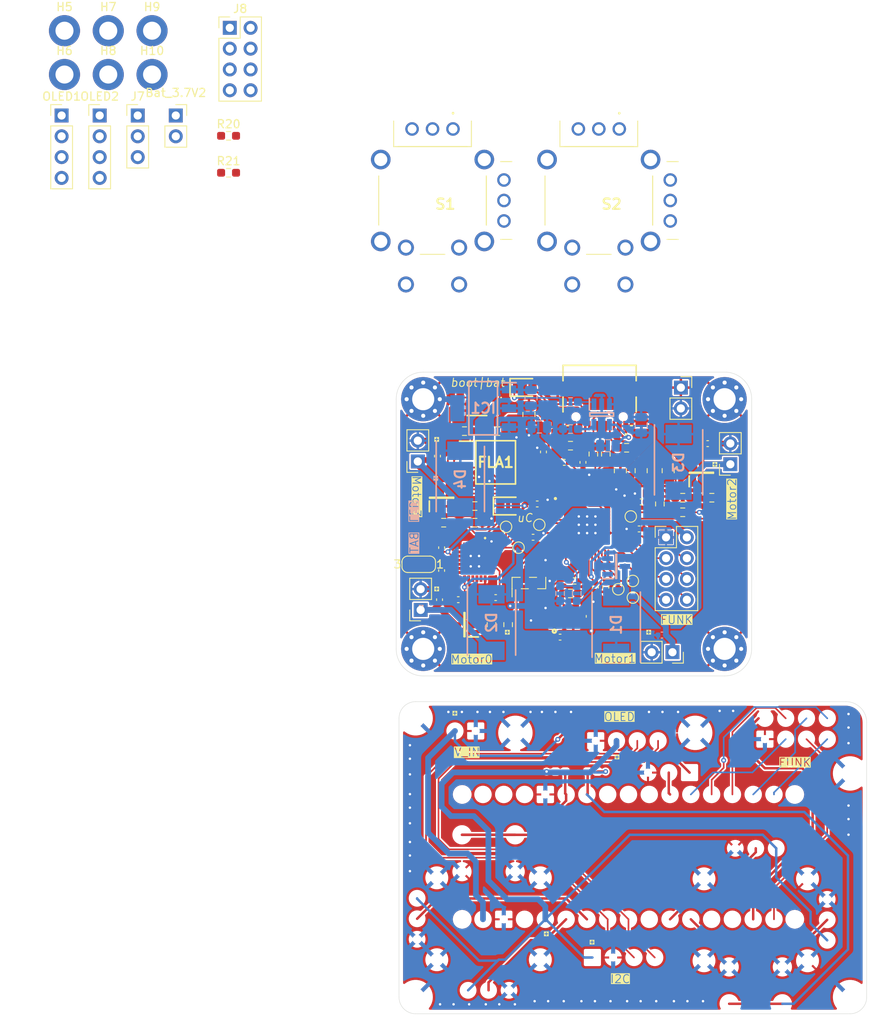
<source format=kicad_pcb>
(kicad_pcb (version 20240108) (generator "pcbnew") (generator_version "8.0")
  (title_block (comment 4 "AISLER Project ID: VZFNDHWX"))
  (layers (0 "F.Cu" signal) (31 "B.Cu" signal) (34 "B.Paste" user) (35 "F.Paste" user) (36 "B.SilkS" user "B.Silkscreen") (37 "F.SilkS" user "F.Silkscreen") (38 "B.Mask" user) (39 "F.Mask" user) (44 "Edge.Cuts" user))
  (net 0 "")
  (net 1 "GND")
  (net 2 "/Prozessor/XIN")
  (net 3 "+1V1")
  (net 4 "/Prozessor/~{USB_BOOT}")
  (net 5 "/Prozessor/QSPI_SS")
  (net 6 "/Prozessor/USB_D+")
  (net 7 "/Prozessor/USB_D-")
  (net 8 "/Prozessor/XOUT")
  (net 9 "/Prozessor/QSPI_SD0")
  (net 10 "/Prozessor/QSPI_SD3")
  (net 11 "/Prozessor/QSPI_SD1")
  (net 12 "/Prozessor/QSPI_SD2")
  (net 13 "/Prozessor/QSPI_SCLK")
  (net 14 "Net-(Q1-G)")
  (net 15 "/Prozessor/SWCLK")
  (net 16 "/Prozessor/RUN")
  (net 17 "/Motor/ESC0_PWM")
  (net 18 "/Motor/ESC1_PWM")
  (net 19 "/Motor/ESC2_PWM")
  (net 20 "/Motor/ESC3_PWM")
  (net 21 "/Prozessor/SWD")
  (net 22 "Net-(Q2-G)")
  (net 23 "Net-(Q3-G)")
  (net 24 "Net-(uC1-USB_DP)")
  (net 25 "Net-(uC1-USB_DM)")
  (net 26 "/Motor/V_Bat")
  (net 27 "/Funk/GDO2")
  (net 28 "/Funk/SCK")
  (net 29 "/Funk/GDO0")
  (net 30 "/Funk/MOSI")
  (net 31 "/Funk/MISO")
  (net 32 "/Funk/CS")
  (net 33 "Net-(D3-A)")
  (net 34 "Net-(D4-A)")
  (net 35 "/Power/VUSB")
  (net 46 "/3V3")
  (net 47 "Net-(C4-Pad1)")
  (net 48 "Net-(D1-A)")
  (net 49 "Net-(D2-A)")
  (net 50 "Net-(IC3-REGOUT)")
  (net 51 "Net-(IC3-CPOUT)")
  (net 52 "Net-(charge1-K)")
  (net 53 "Net-(IC2-STAT)")
  (net 54 "Net-(IC2-PROG)")
  (net 68 "Net-(J2-CC1)")
  (net 71 "Net-(J2-CC2)")
  (net 72 "Net-(Q4-G)")
  (net 73 "Net-(uC2-K)")
  (net 74 "/6-axis MotionTracking/SCL")
  (net 75 "Net-(IC3-AD0)")
  (net 77 "/6-axis MotionTracking/SDA")
  (net 80 "/Prozessor/vol_mess_divided")
  (net 81 "Net-(J10-Pin_4)")
  (net 82 "/Controlller/Vin")
  (net 83 "Net-(J10-Pin_2)")
  (net 84 "Net-(uC1-GPIO26{slash}ADC0)")
  (net 85 "Net-(uC1-GPIO5)")
  (net 86 "GND_C")
  (net 87 "/Controlller/NEOPIX")
  (net 88 "/Controlller/Funk2/MOSI")
  (net 89 "/Controlller/Funk2/SCK")
  (net 90 "/Controlller/Funk2/CS")
  (net 91 "/Controlller/Funk2/GDO2")
  (net 92 "+3V3_C")
  (net 93 "/Controlller/Funk2/MISO")
  (net 94 "/Controlller/Funk2/GDO0")
  (net 95 "/Prozessor/new PWM2")
  (net 96 "+5V_C")
  (net 97 "/Controlller/SCL")
  (net 98 "/Controlller/SDA")
  (net 99 "/Controlller/JoyStick/push_button")
  (net 100 "/Controlller/JoyStick1/push_button")
  (net 101 "/Controlller/JoyStick/Motion1")
  (net 102 "/Controlller/JoyStick/Motion2")
  (net 103 "/Controlller/JoyStick1/Motion1")
  (net 104 "/Controlller/JoyStick1/Motion2")
  (footprint "SamacSys_Parts:GSB1C41110SSHR" (layer "F.Cu") (at 67.564 46.99 180)
    (property "Reference" "J2" (hide yes))
    (property "Value" "GSB1C41110SSHR" (hide yes))
  )
  (footprint "Resistor_SMD:R_0603_1608Metric_Pad0.98x0.95mm_HandSolder" (layer "F.Cu") (at 56.388 74.676 90)
    (property "Reference" "R13" (hide yes))
    (property "Value" "10k")
  )
  (footprint "Capacitor_SMD:C_0402_1005Metric_Pad0.74x0.62mm_HandSolder" (layer "F.Cu") (at 67.056 70.104 -90)
    (property "Reference" "C5" (hide yes))
    (property "Value" "0.1u")
  )
  (footprint "MountingHole:MountingHole_2.7mm_Pad_Via" (layer "F.Cu") (at 46.011 47.155)
    (property "Reference" "H1" (hide yes))
    (property "Value" "MountingHole_Pad" (hide yes))
  )
  (footprint "Connector_PinSocket_2.54mm:PinSocket_1x02_P2.54mm_Vertical" (layer "F.Cu") (at 15.775 12.525)
    (property "Reference" "Bat_3.7V2")
    (property "Value" "Conn_01x02_Pin")
  )
  (footprint "Resistor_SMD:R_0603_1608Metric_Pad0.98x0.95mm_HandSolder" (layer "F.Cu") (at 52.324 62.23 180)
    (property "Reference" "R17" (hide yes))
    (property "Value" "10k")
  )
  (footprint "Connector_PinHeader_2.54mm:PinHeader_1x04_P2.54mm_Vertical" (layer "F.Cu") (at 1.825 12.525)
    (property "Reference" "OLED1")
    (property "Value" "Conn_01x04_Socket")
  )
  (footprint "Resistor_SMD:R_0603_1608Metric_Pad0.98x0.95mm_HandSolder" (layer "F.Cu") (at 55.118 51.054 180)
    (property "Reference" "R2" (hide yes))
    (property "Value" "10k but unessesary" (hide yes))
  )
  (footprint "TestPoint:TestPoint_Pad_D1.0mm" (layer "F.Cu") (at 60.198 62.484)
    (property "Reference" "TP7" (hide yes))
    (property "Value" "TestPoint" (hide yes))
  )
  (footprint "Connector_PinHeader_2.54mm:PinHeader_2x04_P2.54mm_Vertical" (layer "F.Cu") (at 22.375 1.825)
    (property "Reference" "J8")
    (property "Value" "Conn_02x04_Odd_Even")
  )
  (footprint "Capacitor_SMD:C_0805_2012Metric_Pad1.18x1.45mm_HandSolder" (layer "F.Cu") (at 58.928 49.022 -90)
    (property "Reference" "C1" (hide yes))
    (property "Value" "2u2")
  )
  (footprint "MountingHole:MountingHole_2.2mm_M2_DIN965_Pad" (layer "F.Cu") (at 12.875 7.525)
    (property "Reference" "H10")
    (property "Value" "MountingHole_Pad")
  )
  (footprint "TestPoint:TestPoint_Pad_D1.0mm" (layer "F.Cu") (at 71.628 69.342)
    (property "Reference" "TP4" (hide yes))
    (property "Value" "TestPoint" (hide yes))
  )
  (footprint "Resistor_SMD:R_0603_1608Metric_Pad0.98x0.95mm_HandSolder" (layer "F.Cu") (at 51.054 51.054 180)
    (property "Reference" "R1" (hide yes))
    (property "Value" "1k")
  )
  (footprint "SamacSys_Parts:QFN40P700X700X90-57N-D" (layer "F.Cu") (at 66.04 62.484)
    (property "Reference" "uC1" (hide yes))
    (property "Value" "SC0914_7_" (hide yes))
  )
  (footprint "TestPoint:TestPoint_Pad_D1.0mm" (layer "F.Cu") (at 56.134 62.738)
    (property "Reference" "TP2" (hide yes))
    (property "Value" "TestPoint_Small" (hide yes))
  )
  (footprint "Jumper:SolderJumper-3_P1.3mm_Open_RoundedPad1.0x1.5mm_NumberLabels" (layer "F.Cu") (at 45.466 67.31 180)
    (property "Reference" "JP1" (hide yes))
    (property "Value" "SolderJumper_3_Open" (hide yes))
  )
  (footprint "Capacitor_SMD:C_0805_2012Metric_Pad1.18x1.45mm_HandSolder" (layer "F.Cu") (at 72.644 55.88 90)
    (property "Reference" "C12" (hide yes))
    (property "Value" "2u2")
  )
  (footprint "Capacitor_SMD:C_0402_1005Metric" (layer "F.Cu") (at 50.292 71.628 180)
    (property "Reference" "C27" (hide yes))
    (property "Value" "0.1uF")
  )
  (footprint "Resistor_SMD:R_0603_1608Metric_Pad0.98x0.95mm_HandSolder" (layer "F.Cu") (at 77.724 59.182 180)
    (property "Reference" "R18" (hide yes))
    (property "Value" "100")
  )
  (footprint "Resistor_SMD:R_0603_1608Metric_Pad0.98x0.95mm_HandSolder" (layer "F.Cu") (at 64.008 52.832)
    (property "Reference" "R6" (hide yes))
    (property "Value" "5.1k")
  )
  (footprint "Connector_PinHeader_2.54mm:PinHeader_1x04_P2.54mm_Vertical" (layer "F.Cu") (at 6.475 12.525)
    (property "Reference" "OLED2")
    (property "Value" "Conn_01x04_Socket")
  )
  (footprint "Capacitor_SMD:C_0402_1005Metric" (layer "F.Cu") (at 48.26 68.072 -90)
    (property "Reference" "C25" (hide yes))
    (property "Value" "0.1uF")
  )
  (footprint "SamacSys_Parts:MPU6050" (layer "F.Cu") (at 52.324 67.056 -90)
    (property "Reference" "IC3" (hide yes))
    (property "Value" "MPU-6050" (hide yes))
  )
  (footprint "Capacitor_SMD:C_0402_1005Metric" (layer "F.Cu") (at 48.006 71.628 90)
    (property "Reference" "C21" (hide yes))
    (property "Value" "100n")
  )
  (footprint "Resistor_SMD:R_0603_1608Metric_Pad0.98x0.95mm_HandSolder" (layer "F.Cu") (at 22.225 19.515)
    (property "Reference" "R21")
    (property "Value" "10k")
  )
  (footprint "Capacitor_SMD:C_0402_1005Metric" (layer "F.Cu") (at 80.772 52.578)
    (property "Reference" "C22" (hide yes))
    (property "Value" "100n")
  )
  (footprint "TestPoint:TestPoint_Pad_D1.0mm" (layer "F.Cu") (at 69.85 70.358)
    (property "Reference" "TP3" (hide yes))
    (property "Value" "TestPoint" (hide yes))
  )
  (footprint "MountingHole:MountingHole_2.7mm_Pad_Via" (layer "F.Cu") (at 82.841 77.635)
    (property "Reference" "H4" (hide yes))
    (property "Value" "MountingHole_Pad" (hide yes))
  )
  (footprint "Connector_PinSocket_2.54mm:PinSocket_1x02_P2.54mm_Vertical" (layer "F.Cu") (at 83.541 55.098 180)
    (property "Reference" "J5" (hide yes))
    (property "Value" "Conn_01x02_Pin" (hide yes))
  )
  (footprint "MountingHole:MountingHole_2.2mm_M2_DIN965_Pad" (layer "F.Cu") (at 7.525 7.525)
    (property "Reference" "H8")
    (property "Value" "MountingHole_Pad")
  )
  (footprint "Resistor_SMD:R_0603_1608Metric_Pad0.98x0.95mm_HandSolder" (layer "F.Cu") (at 66.802 53.848 -90)
    (property "Reference" "R7" (hide yes))
    (property "Value" "27")
  )
  (footprint "Connector_PinSocket_2.54mm:PinSocket_1x02_P2.54mm_Vertical" (layer "F.Cu") (at 77.495 45.74)
    (property "Reference" "Bat_3.7V1" (hide yes))
    (property "Value" "Conn_01x02_Pin" (hide yes))
  )
  (footprint "SamacSys_Parts:SOT95P237X112-3N" (layer "F.Cu") (at 48.26 59.182 90)
    (property "Reference" "Q4" (hide yes))
    (property "Value" "SQ2310ES-T1_GE3" (hide yes))
  )
  (footprint "SamacSys_Parts:SOT95P237X112-3N" (layer "F.Cu") (at 51.054 74.676 180)
    (property "Reference" "Q2" (hide yes))
    (property "Value" "SQ2310ES-T1_GE3" (hide yes))
  )
  (footprint "MountingHole:MountingHole_2.2mm_M2_DIN965_Pad" (layer "F.Cu") (at 12.875 2.175)
    (property "Reference" "H9")
    (property "Value" "MountingHole_Pad")
  )
  (footprint "Resistor_SMD:R_0603_1608Metric_Pad0.98x0.95mm_HandSolder" (layer "F.Cu") (at 22.225 15.005)
    (property "Reference" "R20")
    (property "Value" "10k")
  )
  (footprint "SamacSys_Parts:ABM8G" (layer "F.Cu") (at 63.246 73.66)
    (property "Reference" "Y1" (hide yes))
    (property "Value" "ABM8G-12.000MHZ-4Y-T3" (hide yes))
  )
  (footprint "Resistor_SMD:R_0603_1608Metric_Pad0.98x0.95mm_HandSolder" (layer "F.Cu") (at 64.008 70.866)
    (property "Reference" "R4" (hide yes))
    (property "Value" "1k  1%")
  )
  (footprint "Connector_PinHeader_2.54mm:PinHeader_1x03_P2.54mm_Vertical" (layer "F.Cu") (at 11.125 12.525)
    (property "Reference" "J7")
    (property "Value" "NEOPIXEL")
  )
  (footprint "Capacitor_SMD:C_0402_1005Metric" (layer "F.Cu") (at 47.752 54.102 90)
    (property "Reference" "C23" (hide yes))
    (property "Value" "100n")
  )
  (footprint "Resistor_SMD:R_0603_1608Metric_Pad0.98x0.95mm_HandSolder" (layer "F.Cu") (at 48.514 62.23 180)
    (property "Reference" "R19" (hide yes))
    (property "Value" "100")
  )
  (footprint "Capacitor_SMD:C_0402_1005Metric_Pad0.74x0.62mm_HandSolder" (layer "F.Cu") (at 62.738 76.2)
    (property "Reference" "C3" (hide yes))
    (property "Value" "15p 5%")
  )
  (footprint "SamacSys_Parts:SOT95P237X112-3N" (layer "F.Cu") (at 80.01 56.134 90)
    (property "Reference" "Q3" (hide yes))
    (property "Value" "SQ2310ES-T1_GE3" (hide yes))
  )
  (footprint "SamacSys_Parts:THB001P" (layer "F.Cu") (at 49.65 14.17)
    (property "Reference" "S1")
    (property "Value" "THB001P" (hide yes))
  )
  (footprint "Resistor_SMD:R_0603_1608Metric_Pad0.98x0.95mm_HandSolder" (layer "F.Cu") (at 74.93 59.944 90)
    (property "Reference" "R23" (hide yes))
    (property "Value" "1k")
  )
  (footprint "TestPoint:TestPoint_Pad_D1.0mm" (layer "F.Cu") (at 71.628 71.374)
    (property "Reference" "TP5" (hide yes))
    (property "Value" "TestPoint" (hide yes))
  )
  (footprint "Connector_PinHeader_2.54mm:PinHeader_2x04_P2.54mm_Vertical" (layer "F.Cu") (at 75.687 64.018)
    (property "Reference" "J1" (hide yes))
    (property "Value" "Conn_02x04_Odd_Even")
  )
  (footprint "Capacitor_SMD:C_0402_1005Metric_Pad0.74x0.62mm_HandSolder" (layer "F.Cu") (at 63.246 54.864 180)
    (property "Reference" "C11" (hide yes))
    (property "Value" "0.1u")
  )
  (footprint "Capacitor_SMD:C_0805_2012Metric_Pad1.18x1.45mm_HandSolder" (layer "F.Cu") (at 70.104 55.88 -90)
    (property "Reference" "C13" (hide yes))
    (property "Value" "2u2")
  )
  (footprint "Resistor_SMD:R_0603_1608Metric_Pad0.98x0.95mm_HandSolder" (layer "F.Cu") (at 77.724 60.96 180)
    (property "Reference" "R22" (hide yes))
    (property "Value" "1k")
  )
  (footprint "TestPoint:TestPoint_Pad_D1.0mm" (layer "F.Cu") (at 71.374 61.468)
    (property "Reference" "TP6" (hide yes))
    (property "Value" "TestPoint" (hide yes))
  )
  (footprint "Capacitor_SMD:C_0402_1005Metric" (layer "F.Cu") (at 54.864 71.374 180)
    (property "Reference" "C26" (hide yes))
    (property "Value" "2.2nF")
  )
  (footprint "SamacSys_Parts:SOIC127P790X216-8N" (layer "F.Cu") (at 54.864 54.864)
    (property "Reference" "FLA1")
    (property "Value" "W25Q128JVS" (hide yes))
  )
  (footprint "Capacitor_SMD:C_0402_1005Metric_Pad0.74x0.62mm_HandSolder" (layer "F.Cu") (at 66.294 73.66 -90)
    (property "Reference" "C4" (hide yes))
    (property "Value" "15p 5%")
  )
  (footprint "Resistor_SMD:R_0603_1608Metric_Pad0.98x0.95mm_HandSolder" (layer "F.Cu") (at 81.28 59.182 180)
    (property "Reference" "R16" (hide yes))
    (property "Value" "10k")
  )
  (footprint "Resistor_SMD:R_0603_1608Metric_Pad0.98x0.95mm_HandSolder" (layer "F.Cu") (at 70.866 53.086 180)
    (property "Reference" "R5" (hide yes))
    (property "Value" "5.1k")
  )
  (footprint "SamacSys_Parts:THB001P" (layer "F.Cu") (at 69.97 14.17)
    (property "Reference" "S2")
    (property "Value" "THB001P" (hide yes))
  )
  (footprint "Capacitor_SMD:C_0402_1005Metric_Pad0.74x0.62mm_HandSolder" (layer "F.Cu") (at 72.644 59.69)
    (property "Reference" "C7" (hide yes))
    (property "Value" "0.1u")
  )
  (footprint "Resistor_SMD:R_0603_1608Metric_Pad0.98x0.95mm_HandSolder" (layer "F.Cu") (at 52.324 60.198)
    (property "Reference" "R11" (hide yes))
    (property "Value" "1,5k")
  )
  (footprint "Capacitor_SMD:C_0402_1005Metric_Pad0.74x0.62mm_HandSolder" (layer "F.Cu") (at 72.39 62.992)
    (property "Reference" "C6" (hide yes))
    (property "Value" "0.1u")
  )
  (footprint "SamacSys_Parts:LEDC2012X120N" (layer "F.Cu") (at 56.388 60.198)
    (property "Reference" "uC2" (hide yes))
    (property "Value" "APTD2012LCGCK" (hide yes))
  )
  (footprint "Connector_PinHeader_1.00mm:PinHeader_1x04_P1.00mm_Vertical_SMD_Pin1Left" (layer "F.Cu") (at 58.928 69.596 90)
    (property "Reference" "J10" (hide yes))
    (property "Value" "Conn_01x04" (hide yes))
  )
  (footprint "MountingHole:MountingHole_2.2mm_M2_DIN965_Pad" (layer "F.Cu") (at 2.175 2.175)
    (property "Reference" "H5")
    (property "Value" "MountingHole_Pad")
  )
  (footprint "Resistor_SMD:R_0603_1608Metric_Pad0.98x0.95mm_HandSolder" (layer "F.Cu") (at 54.356 74.676 -90)
    (property "Reference" "R15" (hide yes))
    (property "Value" "100")
  )
  (footprint "Capacitor_SMD:C_0805_2012Metric_Pad1.18x1.45mm_HandSolder" (layer "F.Cu") (at 75.946 55.88 90)
    (property "Reference" "C15" (hide yes))
    (property "Value" "2u2")
  )
  (footprint "SamacSys_Parts:LEDC2012X120N" (layer "F.Cu") (at 58.42 45.72)
    (property "Reference" "charge1" (hide yes))
    (property "Value" "APTD2012LCGCK" (hide yes))
  )
  (footprint "Capacitor_SMD:C_0402_1005Metric_Pad0.74x0.62mm_HandSolder" (layer "F.Cu") (at 60.706 53.594 -90)
    (property "Reference" "C2" (hide yes))
    (property "Value" "0.1uF")
  )
  (footprint "TestPoint:TestPoint_Pad_D1.0mm" (layer "F.Cu") (at 57.658 65.278)
    (property "Reference" "TP1" (hide yes))
    (property "Value" "TestPoint_Small" (hide yes))
  )
  (footprint "SamacSys_Parts:435441019830" (layer "F.Cu") (at 52.578 47.752)
    (property "Reference" "S_BOOT1" (hide yes))
    (property "Value" "435441019830" (hide yes))
  )
  (footprint "Resistor_SMD:R_0402_1005Metric_Pad0.72x0.64mm_HandSolder" (layer "F.Cu") (at 64.516 69.342)
    (property "Reference" "R3" (hide yes))
    (property "Value" "no fit")
  )
  (footprint "MountingHole:MountingHole_2.2mm_M2_DIN965_Pad" (layer "F.Cu") (at 2.175 7.525)
    (property "Reference" "H6")
    (property "Value" "MountingHole_Pad")
  )
  (footprint "Capacitor_SMD:C_0402_1005Metric_Pad0.74x0.62mm_HandSolder" (layer "F.Cu") (at 59.436 64.008 180)
    (property "Reference" "C10" (hide yes))
    (property "Value" "0.1u")
  )
  (footprint "Connector_PinSocket_2.54mm:PinSocket_1x02_P2.54mm_Vertical" (layer "F.Cu") (at 45.351 54.755 180)
    (property "Reference" "J6" (hide yes))
    (property "Value" "Conn_01x02_Pin" (hide yes))
  )
  (footprint "Capacitor_SMD:C_0402_1005Metric_Pad0.74x0.62mm_HandSolder" (layer "F.Cu") (at 68.326 70.104 -90)
    (property "Reference" "C14" (hide yes))
    (property "Value" "0.1u")
  )
  (footprint "Connector_PinSocket_2.54mm:PinSocket_1x02_P2.54mm_Vertical" (layer "F.Cu") (at 45.695 72.878 180)
    (property "Reference" "J4" (hide yes))
    (property "Value" "Conn_01x02_Pin" (hide yes))
  )
  (footprint "MountingHole:MountingHole_2.7mm_Pad_Via" (layer "F.Cu") (at 46.011 77.635)
    (property "Reference" "H3" (hide yes))
    (property "Value" "MountingHole_Pad" (hide yes))
  )
  (footprint "Connector_PinSocket_2.54mm:PinSocket_1x02_P2.54mm_Vertical" (layer "F.Cu") (at 76.471 78.041 -90)
    (property "Reference" "J3" (hide yes))
    (property "Value" "Conn_01x02_Pin" (hide yes))
  )
  (footprint "MountingHole:MountingHole_2.2mm_M2_DIN965_Pad" (layer "F.Cu") (at 7.525 2.175)
    (property "Reference" "H7")
    (property "Value" "MountingHole_Pad")
  )
  (footprint "Capacitor_SMD:C_0402_1005Metric_Pad0.74x0.62mm_HandSolder" (layer "F.Cu") (at 65.532 54.864 90)
    (property "Reference" "C8" (hide yes))
    (property "Value" "0.1u")
  )
  (footprint "Resistor_SMD:R_0603_1608Metric_Pad0.98x0.95mm_HandSolder" (layer "F.Cu") (at 68.326 53.848 -90)
    (property "Reference" "R8" (hide yes))
    (property "Value" "27")
  )
  (footprint "MountingHole:MountingHole_2.7mm_Pad_Via" (layer "F.Cu") (at 82.841 47.155)
    (property "Reference" "H2" (hide yes))
    (property "Value" "MountingHole_Pad" (hide yes))
  )
  (footprint "Capacitor_SMD:C_0402_1005Metric_Pad0.74x0.62mm_HandSolder" (layer "F.Cu") (at 59.944 59.944 180)
    (property "Reference" "C9" (hide yes))
    (property "Value" "0.1u")
  )
  (footprint "Capacitor_SMD:C_0402_1005Metric" (layer "F.Cu") (at 48.26 65.278 90)
    (property "Reference" "C24" (hide yes))
    (property "Value" "10nF")
  )
  (footprint "Capacitor_SMD:C_0805_2012Metric" (layer "B.Cu") (at 60.198 50.546)
    (property "Reference" "C18" (hide yes))
    (property "Value" "33uF")
  )
  (footprint "SamacSys_Parts:DIOM8059X256N" (layer "B.Cu") (at 69.596 74.676 90)
    (property "Reference" "D1")
    (property "Value" "SS34" (hide yes))
  )
  (footprint "SamacSys_Parts:DIOM8059X256N" (layer "B.Cu") (at 54.356 74.422 -90)
    (property "Reference" "D2")
    (property "Value" "SS34" (hide yes))
  )
  (footprint "Resistor_SMD:R_0603_1608Metric_Pad0.98x0.95mm_HandSolder" (layer "B.Cu") (at 64.008 47.498 180)
    (property "Reference" "R10" (hide yes))
    (property "Value" "470")
  )
  (footprint "Capacitor_SMD:C_0805_2012Metric" (layer "B.Cu") (at 72.644 50.292 -90)
    (property "Reference" "C19" (hide yes))
    (property "Value" "min. 4.7uF")
  )
  (footprint "SamacSys_Parts:DIOM8059X256N" (layer "B.Cu") (at 50.546 56.896 -90)
    (property "Reference" "D4")
    (property "Value" "SS34" (hide yes))
  )
  (footprint "SamacSys_Parts:SOT230P700X180-4N" (layer "B.Cu") (at 53.34 48.26 180)
    (property "Reference" "IC1")
    (property "Value" "LM3940IMP-3.3_NOPB" (hide yes))
  )
  (footprint "SamacSys_Parts:SOT95P237X112-3N" (layer "B.Cu") (at 69.596 67.564)
    (property "Reference" "Q1" (hide yes))
    (property "Value" "SQ2310ES-T1_GE3" (hide yes))
  )
  (footprint "Capacitor_SMD:C_0805_2012Metric" (layer "B.Cu") (at 68.58 52.832 180)
    (property "Reference" "C17" (hide yes))
    (property "Value" "min. 4.7uF")
  )
  (footprint "Resistor_SMD:R_0603_1608Metric_Pad0.98x0.95mm_HandSolder" (layer "B.Cu") (at 64.008 50.8)
    (property "Reference" "R9" (hide yes))
    (property "Value" "2kOhm")
  )
  (footprint "Capacitor_SMD:C_0402_1005Metric" (layer "B.Cu") (at 75.184 75.946 180)
    (property "Reference" "C20" (hide yes))
    (property "Value" "100n")
  )
  (footprint "SamacSys_Parts:DIOM8059X256N" (layer "B.Cu") (at 77.216 54.864 -90)
    (property "Reference" "D3")
    (property "Value" "SS34" (hide yes))
  )
  (footprint "Resistor_SMD:R_0603_1608Metric_Pad0.98x0.95mm_HandSolder" (layer "B.Cu") (at 62.738 70.866 90)
    (property "Reference" "R12" (hide yes))
    (property "Value" "10k")
  )
  (footprint "Capacitor_SMD:C_0805_2012Metric" (layer "B.Cu") (at 59.182 46.99 -90)
    (property "Reference" "C16" (hide yes))
    (property "Value" "0.47uF")
  )
  (footprint "Resistor_SMD:R_0603_1608Metric_Pad0.98x0.95mm_HandSolder" (layer "B.Cu") (at 64.77 70.866 -90)
    (property "Reference" "R14" (hide yes))
    (property "Value" "100")
  )
  (footprint "SamacSys_Parts:SOT95P270X145-5N" (layer "B.Cu") (at 67.818 49.022 -90)
    (property "Reference" "IC2" (hide yes))
    (property "Value" "MCP73831T-2ACI_OT" (hide yes))
  )
  (gr_line (start 83.095 43.853) (end 46.011 43.853) (stroke (width 0.05)) (layer "Edge.Cuts"))
  (gr_line (start 46.011 80.937) (end 82.841 80.937) (stroke (width 0.05)) (layer "Edge.Cuts"))
  (gr_arc (start 45.085 122.174) (mid 43.648159 121.578841) (end 43.053 120.142) (stroke (width 0.05)) (layer "Edge.Cuts"))
  (gr_line (start 100.203 86.614) (end 100.203 120.142) (stroke (width 0.05)) (layer "Edge.Cuts"))
  (gr_arc (start 46.011 80.937) (mid 43.676133 79.969867) (end 42.709 77.635) (stroke (width 0.05)) (layer "Edge.Cuts"))
  (gr_arc (start 97.663 84.074) (mid 99.459051 84.817949) (end 100.203 86.614) (stroke (width 0.05)) (layer "Edge.Cuts"))
  (gr_line (start 43.053 120.142) (end 43.053 86.106) (stroke (width 0.05)) (layer "Edge.Cuts"))
  (gr_arc (start 86.143 77.635) (mid 85.175867 79.969867) (end 82.841 80.937) (stroke (width 0.05)) (layer "Edge.Cuts"))
  (gr_line (start 86.152754 47.155) (end 86.143 77.635) (stroke (width 0.05)) (layer "Edge.Cuts"))
  (gr_arc (start 83.095 43.853001) (mid 85.270907 44.90483) (end 86.152754 47.155) (stroke (width 0.05)) (layer "Edge.Cuts"))
  (gr_arc (start 43.053 86.106) (mid 43.648159 84.669159) (end 45.085 84.074) (stroke (width 0.05)) (layer "Edge.Cuts"))
  (gr_line (start 42.709 47.155) (end 42.709 77.635) (stroke (width 0.05)) (layer "Edge.Cuts"))
  (gr_line (start 98.171 122.174) (end 45.085 122.174) (stroke (width 0.05)) (layer "Edge.Cuts"))
  (gr_arc (start 100.203 120.142) (mid 99.607841 121.578841) (end 98.171 122.174) (stroke (width 0.05)) (layer "Edge.Cuts"))
  (gr_arc (start 42.709 47.155) (mid 43.676133 44.820133) (end 46.011 43.853) (stroke (width 0.05)) (layer "Edge.Cuts"))
  (gr_line (start 45.085 84.074) (end 97.663 84.074) (stroke (width 0.05)) (layer "Edge.Cuts"))
  (gr_text "+" (at 47.916 57.061 -0) (layer "B.SilkS" knockout) (effects (font (size 0.5 0.5) (thickness 0.1)) (justify left bottom mirror)))
  (gr_text "+" (at 46.138 72.809 -0) (layer "B.SilkS" knockout) (effects (font (size 0.5 0.5) (thickness 0.1)) (justify left bottom mirror)))
  (gr_text "LED" (at 44.233 62.268 270) (layer "B.SilkS" knockout) (effects (font (size 1 1) (thickness 0.1)) (justify left bottom mirror)))
  (gr_text "BAT" (at 45.503 63.284 -270) (layer "B.SilkS" knockout) (effects (font (size 1 1) (thickness 0.1)) (justify left bottom mirror)))
  (gr_text "+" (at 81.28 55.372 0) (layer "F.SilkS" knockout) (effects (font (size 0.5 0.5) (thickness 0.1)) (justify left bottom)))
  (gr_text "V_IN" (at 49.758 90.831 0) (layer "F.SilkS" knockout) (effects (font (size 1 1) (thickness 0.1)) (justify left bottom)))
  (gr_text "+" (at 49.504 85.751 0) (layer "F.SilkS" knockout) (effects (font (size 0.5 0.5) (thickness 0.1)) (justify left bottom)))
  (gr_text "+" (at 60.68 112.675 0) (layer "F.SilkS" knockout) (effects (font (size 0.5 0.5) (thickness 0.1)) (justify left bottom)))
  (gr_text "FUNK" (at 89.382 92.101 0) (layer "F.SilkS" knockout) (effects (font (size 1 1) (thickness 0.1)) (justify left bottom)))
  (gr_text "+" (at 69.316 91.085 0) (layer "F.SilkS" knockout) (effects (font (size 0.5 0.5) (thickness 0.1)) (justify left bottom)))
  (gr_text "+" (at 55.917 75.857 0) (layer "F.SilkS" knockout) (effects (font (size 0.5 0.5) (thickness 0.1)) (justify left bottom)))
  (gr_text "FUNK" (at 74.93 74.676 0) (layer "F.SilkS" knockout) (effects (font (size 1 1) (thickness 0.1)) (justify left bottom)))
  (gr_text "boot|bat" (at 49.276 45.72 0) (layer "F.SilkS") (effects (font (size 1 1) (thickness 0.125) (italic yes)) (justify left bottom)))
  (gr_text "I2C" (at 68.808 118.517 0) (layer "F.SilkS" knockout) (effects (font (size 1 1) (thickness 0.1)) (justify left bottom)))
  (gr_text "Motor3\n" (at 44.614 56.426 270) (layer "F.SilkS" knockout) (effects (font (size 1 1) (thickness 0.1)) (justify left bottom)))
  (gr_text "Motor2\n" (at 84.328 61.976 90) (layer "F.SilkS" knockout) (effects (font (size 1 1) (thickness 0.1)) (justify left bottom)))
  (gr_text "+" (at 47.281 52.324 0) (layer "F.SilkS" knockout) (effects (font (size 0.5 0.5) (thickness 0.1)) (justify left bottom)))
  (gr_text "uC" (at 57.404 62.23 0) (layer "F.SilkS") (effects (font (size 1 1) (thickness 0.125) (italic yes)) (justify left bottom)))
  (gr_text "OLED" (at 68.046 86.513 0) (layer "F.SilkS" knockout) (effects (font (size 1 1) (thickness 0.1)) (justify left bottom)))
  (gr_text "+" (at 66.268 113.691 0) (layer "F.SilkS" knockout) (effects (font (size 0.5 0.5) (thickness 0.1)) (justify left bottom)))
  (gr_text "Motor1" (at 66.839 79.413 0) (layer "F.SilkS" knockout) (effects (font (size 1 1) (thickness 0.1)) (justify left bottom)))
  (gr_text "+" (at 47.281 70.573 0) (layer "F.SilkS" knockout) (effects (font (size 0.5 0.5) (thickness 0.1)) (justify left bottom)))
  (gr_text "+" (at 73.189 75.857 0) (layer "F.SilkS" knockout) (effects (font (size 0.5 0.5) (thickness 0.1)) (justify left bottom)))
  (gr_text "Motor0" (at 49.313 79.502 0) (layer "F.SilkS" knockout) (effects (font (size 1 1) (thickness 0.1)) (justify left bottom)))
  (segment (start 78.359 108.458) (end 80.645 108.458) (width 0.3) (layer "F.Cu") (net 0))
  (segment (start 82.7278 92.1512) (end 81.254 93.625) (width 0.2) (layer "F.Cu") (net 0))
  (segment (start 66.1055 95.3115) (end 66.014 95.403) (width 0.3) (layer "F.Cu") (net 0))
  (segment (start 71.094 112.095) (end 74.305 115.306) (width 0.2) (layer "F.Cu") (net 0))
  (segment (start 76.174 110.643) (end 78.359 108.458) (width 0.3) (layer "F.Cu") (net 0))
  (segment (start 85.217 89.662) (end 87.757 92.202) (width 0.3) (layer "F.Cu") (net 0))
  (segment (start 75.412 86.386) (end 76.555 87.529) (width 0.3) (layer "F.Cu") (net 0))
  (segment (start 86.334 107.341) (end 86.334 110.643) (width 0.3) (layer "F.Cu") (net 0))
  (segment (start 46.355 101.346) (end 48.133 103.124) (width 0.2) (layer "F.Cu") (net 0))
  (segment (start 87.757 92.202) (end 92.329 92.202) (width 0.3) (layer "F.Cu") (net 0))
  (segment (start 71.501 90.424) (end 49.149 90.424) (width 0.2) (layer "F.Cu") (net 0))
  (segment (start 59.309 100.33) (end 50.7475 100.33) (width 0.3) (layer "F.Cu") (net 0))
  (segment (start 66.1055 92.609) (end 66.1055 95.3115) (width 0.3) (layer "F.Cu") (net 0))
  (segment (start 53.9975 118.3415) (end 53.9975 119.31) (width 0.3) (layer "F.Cu") (net 0))
  (segment (start 66.014 110.643) (end 63.474 108.103) (width 0.3) (layer "F.Cu") (net 0))
  (segment (start 86.99 86.111) (end 85.217 87.884) (width 0.3) (layer "F.Cu") (net 0))
  (segment (start 47.879 93.472) (end 49.911 91.44) (width 0.2) (layer "F.Cu") (net 0))
  (segment (start 73.025 91.44) (end 74.7105 89.7545) (width 0.2) (layer "F.Cu") (net 0))
  (segment (start 49.149 102.108) (end 47.879 100.838) (width 0.2) (layer "F.Cu") (net 0))
  (segment (start 92.329 92.202) (end 93.599 93.472) (width 0.3) (layer "F.Cu") (net 0))
  (segment (start 76.017 92.736) (end 76.017 95.246) (width 0.3) (layer "F.Cu") (net 0))
  (segment (start 80.873 112.802) (end 78.714 110.643) (width 0.3) (layer "F.Cu") (net 0))
  (segment (start 63.3635 95.2925) (end 63.474 95.403) (width 0.3) (layer "F.Cu") (net 0))
  (segment (start 90.307 86.111) (end 89.032 84.836) (width 0.2) (layer "F.Cu") (net 0))
  (segment (start 61.035 103.124) (end 68.554 110.643) (width 0.2) (layer "F.Cu") (net 0))
  (segment (start 81.254 93.625) (end 81.254 95.403) (width 0.2) (layer "F.Cu") (net 0))
  (segment (start 49.911 91.44) (end 73.025 91.44) (width 0.2) (layer "F.Cu") (net 0))
  (segment (start 60.934 113.183) (end 59.156 113.183) (width 0.3) (layer "F.Cu") (net 0))
  (segment (start 62.559 102.108) (end 49.149 102.108) (width 0.2) (layer "F.Cu") (net 0))
  (segment (start 93.2815 112.802) (end 80.873 112.802) (width 0.3) (layer "F.Cu") (net 0))
  (segment (start 89.8975 120.956) (end 83.3975 120.956) (width 0.3) (layer "F.Cu") (net 0))
  (segment (start 71.094 110.643) (end 62.559 102.108) (width 0.2) (layer "F.Cu") (net 0))
  (segment (start 63.474 95.403) (end 63.474 96.165) (width 0.3) (layer "F.Cu") (net 0))
  (segment (start 80.645 108.458) (end 86.6475 102.4555) (width 0.3) (layer "F.Cu") (net 0))
  (segment (start 95.3775 110.706) (end 93.2815 112.802) (width 0.3) (layer "F.Cu") (net 0))
  (segment (start 86.741 84.836) (end 83.794 87.783) (width 0.2) (layer "F.Cu") (net 0))
  (segment (start 64.744 86.386) (end 75.412 86.386) (width 0.3) (layer "F.Cu") (net 0))
  (segment (start 76.555 90.734) (end 78.557 92.736) (width 0.3) (layer "F.Cu") (net 0))
  (segment (start 93.599 100.076) (end 86.334 107.341) (width 0.3) (layer "F.Cu") (net 0))
  (segment (start 47.879 100.838) (end 47.879 93.472) (width 0.2) (layer "F.Cu") (net 0))
  (segment (start 63.474 96.165) (end 59.309 100.33) (width 0.3) (layer "F.Cu") (net 0))
  (segment (start 95.377 91.181) (end 92.847 88.651) (width 0.2) (layer "F.Cu") (net 0))
  (segment (start 63.3635 92.609) (end 63.3635 95.2925) (width 0.3) (layer "F.Cu") (net 0))
  (segment (start 59.156 113.183) (end 53.9975 118.3415) (width 0.3) (layer "F.Cu") (net 0))
  (segment (start 49.149 90.424) (end 46.355 93.218) (width 0.2) (layer "F.Cu") (net 0))
  (segment (start 50.7475 100.33) (end 57.2475 100.33) (width 0.3) (layer "F.Cu") (net 0))
  (segment (start 72.1705 88.8495) (end 72.1705 89.7545) (width 0.2) (layer "F.Cu") (net 0))
  (segment (start 86.6475 102.4555) (end 86.6475 101.976) (width 0.3) (layer "F.Cu") (net 0))
  (segment (start 71.765 115.306) (end 68.554 112.095) (width 0.2) (layer "F.Cu") (net 0))
  (segment (start 71.094 110.643) (end 71.094 112.095) (width 0.2) (layer "F.Cu") (net 0))
  (segment (start 48.133 103.124) (end 61.035 103.124) (width 0.2) (layer "F.Cu") (net 0))
  (segment (start 47.7445 108.103) (end 45.2675 110.58) (width 0.3) (layer "F.Cu") (net 0))
  (segment (start 88.874 110.643) (end 88.874 106.833) (width 0.2) (layer "F.Cu") (net 0))
  (segment (start 95.377 100.33) (end 95.377 91.181) (width 0.2) (layer "F.Cu") (net 0))
  (segment (start 68.3 92.609) (end 67.3005 92.609) (width 0.3) (layer "F.Cu") (net 0))
  (segment (start 85.217 87.884) (end 85.217 89.662) (width 0.3) (layer "F.Cu") (net 0))
  (segment (start 83.794 87.783) (end 83.794 95.403) (width 0.2) (layer "F.Cu") (net 0))
  (segment (start 74.7105 89.7545) (end 74.7105 88.8495) (width 0.2) (layer "F.Cu") (net 0))
  (segment (start 88.874 106.833) (end 95.377 100.33) (width 0.2) (layer "F.Cu") (net 0))
  (segment (start 61.087 92.609) (end 62.1685 92.609) (width 0.3) (layer "F.Cu") (net 0))
  (segment (start 62.458 88.672) (end 64.744 86.386) (width 0.3) (layer "F.Cu") (net 0))
  (segment (start 68.554 112.095) (end 68.554 110.643) (width 0.2) (layer "F.Cu") (net 0))
  (segment (start 46.355 93.218) (end 46.355 101.346) (width 0.2) (layer "F.Cu") (net 0))
  (segment (start 76.017 95.246) (end 76.174 95.403) (width 0.3) (layer "F.Cu") (net 0))
  (segment (start 63.474 108.103) (end 47.7445 108.103) (width 0.3) (layer "F.Cu") (net 0))
  (segment (start 93.599 93.472) (end 93.599 100.076) (width 0.3) (layer "F.Cu") (net 0))
  (segment (start 82.7278 91.2368) (end 82.7278 92.1512) (width 0.2) (layer "F.Cu") (net 0))
  (segment (start 72.1705 89.7545) (end 71.501 90.424) (width 0.2) (layer "F.Cu") (net 0))
  (segment (start 63.474 110.643) (end 60.934 113.183) (width 0.3) (layer "F.Cu") (net 0))
  (segment (start 89.032 84.836) (end 86.741 84.836) (width 0.2) (layer "F.Cu") (net 0))
  (segment (start 76.555 87.529) (end 76.555 90.734) (width 0.3) (layer "F.Cu") (net 0))
  (via (at 49.086 85.332) (size 0.6) (drill 0.3) (layers "F.Cu" "B.Cu") (net 0))
  (via (at 54.166 85.332) (size 0.6) (drill 0.3) (layers "F.Cu" "B.Cu") (net 0))
  (via (at 49.721 121.019) (size 0.6) (drill 0.3) (layers "F.Cu" "B.Cu") (net 0))
  (via (at 60.516 85.332) (size 0.6) (drill 0.3) (layers "F.Cu" "B.Cu") (net 0))
  (via (at 73.597 85.332) (size 0.6) (drill 0.3) (layers "F.Cu" "B.Cu") (net 0))
  (via (at 97.981 85.586) (size 0.6) (drill 0.3) (layers "F.Cu" "B.Cu") (net 0))
  (via (at 70.93 120.638) (size 0.6) (drill 0.3) (layers "F.Cu" "B.Cu") (net 0))
  (via (at 44.387 104.763) (size 0.6) (drill 0.3) (layers "F.Cu" "B.Cu") (net 0))
  (via (at 44.387 98.921) (size 0.6) (drill 0.3) (layers "F.Cu" "B.Cu") (net 0))
  (via (at 52.642 85.332) (size 0.6) (drill 0.3) (layers "F.Cu" "B.Cu") (net 0))
  (via (at 59.627 120.638) (size 0.6) (drill 0.3) (layers "F.Cu" "B.Cu") (net 0))
  (via (at 76.645 120.638) (size 0.6) (drill 0.3) (layers "F.Cu" "B.Cu") (net 0))
  (via (at 44.387 97.016) (size 0.6) (drill 0.3) (layers "F.Cu" "B.Cu") (net 0))
  (via (at 83.884 85.205) (size 0.6) (drill 0.3) (layers "F.Cu" "B.Cu") (net 0))
  (via (at 97.981 100.318) (size 0.6) (drill 0.3) (layers "F.Cu" "B.Cu") (net 0))
  (via (at 62.167 85.332) (size 0.6) (drill 0.3) (layers "F.Cu" "B.Cu") (net 0))
  (via (at 44.387 95.365) (size 0.6) (drill 0.3) (layers "F.Cu" "B.Cu") (net 0))
  (via (at 61.278 120.638) (size 0.6) (drill 0.3) (layers "F.Cu" "B.Cu") (net 0))
  (via (at 59.119 85.332) (size 0.6) (drill 0.3) (layers "F.Cu" "B.Cu") (net 0))
  (via (at 55.817 85.332) (size 0.6) (drill 0.3) (layers "F.Cu" "B.Cu") (net 0))
  (via (at 48.07 121.019) (size 0.6) (drill 0.3) (layers "F.Cu" "B.Cu") (net 0))
  (via (at 68.898 120.638) (size 0.6) (drill 0.3) (layers "F.Cu" "B.Cu") (net 0))
  (via (at 82.233 85.205) (size 0.6) (drill 0.3) (layers "F.Cu" "B.Cu") (net 0))
  (via (at 44.387 92.952) (size 0.6) (drill 0.3) (layers "F.Cu" "B.Cu") (net 0))
  (via (at 77.153 85.332) (size 0.6) (drill 0.3) (layers "F.Cu" "B.Cu") (net 0))
  (via (at 97.981 89.142) (size 0.6) (drill 0.3) (layers "F.Cu" "B.Cu") (net 0))
  (via (at 97.981 96.762) (size 0.6) (drill 0.3) (layers "F.Cu" "B.Cu") (net 0))
  (via (at 44.387 91.047) (size 0.6) (drill 0.3) (layers "F.Cu" "B.Cu") (net 0))
  (via (at 55.309 121.019) (size 0.6) (drill 0.3) (layers "F.Cu" "B.Cu") (net 0))
  (via (at 66.993 120.638) (size 0.6) (drill 0.3) (layers "F.Cu" "B.Cu") (net 0))
  (via (at 51.626 121.019) (size 0.6) (drill 0.3) (layers "F.Cu" "B.Cu") (net 0))
  (via (at 82.7278 91.2368) (size 0.6) (drill 0.3) (layers "F.Cu" "B.Cu") (net 0))
  (via (at 63.183 120.638) (size 0.6) (drill 0.3) (layers "F.Cu" "B.Cu") (net 0))
  (via (at 62.458 88.672) (size 0.6) (drill 0.3) (layers "F.Cu" "B.Cu") (net 0))
  (via (at 97.981 98.413) (size 0.6) (drill 0.3) (layers "F.Cu" "B.Cu") (net 0))
  (via (at 53.658 121.019) (size 0.6) (drill 0.3) (layers "F.Cu" "B.Cu") (net 0))
  (via (at 44.387 102.858) (size 0.6) (drill 0.3) (layers "F.Cu" "B.Cu") (net 0))
  (via (at 78.296 120.638) (size 0.6) (drill 0.3) (layers "F.Cu" "B.Cu") (net 0))
  (via (at 72.581 120.638) (size 0.6) (drill 0.3) (layers "F.Cu" "B.Cu") (net 0))
  (via (at 97.981 87.237) (size 0.6) (drill 0.3) (layers "F.Cu" "B.Cu") (net 0))
  (via (at 61.087 92.609) (size 0.6) (drill 0.3) (layers "F.Cu" "B.Cu") (net 0))
  (via (at 44.387 101.207) (size 0.6) (drill 0.3) (layers "F.Cu" "B.Cu") (net 0))
  (via (at 57.214 121.019) (size 0.6) (drill 0.3) (layers "F.Cu" "B.Cu") (net 0))
  (via (at 64.072 85.332) (size 0.6) (drill 0.3) (layers "F.Cu" "B.Cu") (net 0))
  (via (at 44.387 89.396) (size 0.6) (drill 0.3) (layers "F.Cu" "B.Cu") (net 0))
  (via (at 65.342 120.638) (size 0.6) (drill 0.3) (layers "F.Cu" "B.Cu") (net 0))
  (via (at 50.737 85.332) (size 0.6) (drill 0.3) (layers "F.Cu" "B.Cu") (net 0))
  (via (at 68.3 92.609) (size 0.6) (drill 0.3) (layers "F.Cu" "B.Cu") (net 0))
  (via (at 75.248 85.332) (size 0.6) (drill 0.3) (layers "F.Cu" "B.Cu") (net 0))
  (via (at 74.486 120.638) (size 0.6) (drill 0.3) (layers "F.Cu" "B.Cu") (net 0))
  (via (at 80.201 120.638) (size 0.6) (drill 0.3) (layers "F.Cu" "B.Cu") (net 0))
  (segment (start 86.248 92.71) (end 81.407 92.71) (width 0.2) (layer "B.Cu") (net 0))
  (segment (start 60.426 90.704) (end 51.663 90.704) (width 0.3) (layer "B.Cu") (net 0))
  (segment (start 55.11425 115.69325) (end 52.82825 115.69325) (width 0.3) (layer "B.Cu") (net 0))
  (segment (start 93.345 109.728) (end 89.1475 105.5305) (width 0.3) (layer "B.Cu") (net 0))
  (segment (start 51.663 90.704) (end 49.891 88.932) (width 0.3) (layer "B.Cu") (net 0))
  (segment (start 90.307 88.651) (end 86.248 92.71) (width 0.2) (layer "B.Cu") (net 0))
  (segment (start 55.11425 115.69325) (end 51.4975 119.31) (width 0.3) (layer "B.Cu") (net 0))
  (segment (start 82.7278 88.4428) (end 82.7278 91.2368) (width 0.2) (layer "B.Cu") (net 0))
  (segment (start 60.934 110.643) (end 60.934 109.067) (width 0.7) (layer "B.Cu") (net 0))
  (segment (start 51.435 102.616) (end 49.149 102.616) (width 0.7) (layer "B.Cu") (net 0))
  (segment (start 49.403 98.044) (end 48.26 96.901) (width 0.7) (layer "B.Cu") (net 0))
  (segment (start 48.26 94.107) (end 49.657 92.71) (width 0.7) (layer "B.Cu") (net 0))
  (segment (start 52.451 103.632) (end 51.435 102.616) (width 0.7) (layer "B.Cu") (net 0))
  (segment (start 95.387 88.651) (end 88.874 95.164) (width 0.2) (layer "B.Cu") (net 0))
  (segment (start 91.457 90.28) (end 86.334 95.403) (width 0.2) (layer "B.Cu") (net 0))
  (segment (start 89.1475 101.976) (end 87.5015 100.33) (width 0.3) (layer "B.Cu") (net 0))
  (segment (start 53.975 99.822) (end 52.197 98.044) (width 0.7) (layer "B.Cu") (net 0))
  (segment (start 68.147 97.536) (end 66.014 95.403) (width 0.3) (layer "B.Cu") (net 0))
  (segment (start 62.458 88.672) (end 60.426 90.704) (width 0.3) (layer "B.Cu") (net 0))
  (segment (start 97.917 102.87) (end 92.583 97.536) (width 0.3) (layer "B.Cu") (net 0))
  (segment (start 53.975 105.918) (end 53.975 99.822) (width 0.7) (layer "B.Cu") (net 0))
  (segment (start 86.4362 84.7344) (end 84.9122 86.2584) (width 0.2) (layer "B.Cu") (net 0))
  (segment (start 46.609 90.937) (end 49.891 87.655) (width 0.7) (layer "B.Cu") (net 0))
  (segment (start 49.149 102.616) (end 46.609 100.076) (width 0.7) (layer "B.Cu") (net 0))
  (segment (start 56.007 115.57) (end 55.2375 115.57) (width 0.3) (layer "B.Cu") (net 0))
  (segment (start 53.314 108.559) (end 52.451 107.696) (width 0.7) (layer "B.Cu") (net 0))
  (segment (start 65.649 115.306) (end 66.685 115.306) (width 0.3) (layer "B.Cu") (net 0))
  (segment (start 49.657 92.71) (end 66.421 92.71) (width 0.7) (layer "B.Cu") (net 0))
  (segment (start 97.917 114.315358) (end 97.917 102.87) (width 0.3) (layer "B.Cu") (net 0))
  (segment (start 68.199 92.71) (end 66.421 92.71) (width 0.3) (layer "B.Cu") (net 0))
  (segment (start 60.934 110.643) (end 60.986 110.643) (width 0.3) (layer "B.Cu") (net 0))
  (segment (start 53.314 110.643) (end 53.314 108.559) (width 0.7) (layer "B.Cu") (net 0))
  (segment (start 95.3775 113.206) (end 93.345 111.1735) (width 0.3) (layer "B.Cu") (net 0))
  (segment (start 68.3 92.609) (end 68.199 92.71) (width 0.3) (layer "B.Cu") (net 0))
  (segment (start 60.934 110.643) (end 56.007 115.57) (width 0.3) (layer "B.Cu") (net 0))
  (segment (start 71.247 100.33) (end 60.934 110.643) (width 0.3) (layer "B.Cu") (net 0))
  (segment (start 95.387 86.111) (end 94.0104 84.7344) (width 0.2) (layer "B.Cu") (net 0))
  (segment (start 55.2375 115.57) (end 55.11425 115.69325) (width 0.3) (layer "B.Cu") (net 0))
  (segment (start 60.071 108.204) (end 56.261 108.204) (width 0.7) (layer "B.Cu") (net 0))
  (segment (start 66.421 92.71) (end 69.6305 89.5005) (width 0.7) (layer "B.Cu") (net 0))
  (segment (start 91.457 87.501) (end 91.457 90.28) (width 0.2) (layer "B.Cu") (net 0))
  (segment (start 89.6874 84.7344) (end 86.4362 84.7344) (width 0.2) (layer "B.Cu") (net 0))
  (segment (start 87.5015 100.33) (end 71.247 100.33) (width 0.3) (layer "B.Cu") (net 0))
  (segment (start 52.451 107.696) (end 52.451 103.632) (width 0.7) (layer "B.Cu") (net 0))
  (segment (start 45.2675 108.1325) (end 45.2675 108.08) (width 0.3) (layer "B.Cu") (net 0))
  (segment (start 93.345 111.1735) (end 93.345 109.728) (width 0.3) (layer "B.Cu") (net 0))
  (segment (start 88.874 95.164) (end 88.874 95.403) (width 0.2) (layer "B.Cu") (net 0))
  (segment (start 92.847 86.111) (end 91.457 87.501) (width 0.2) (layer "B.Cu") (net 0))
  (segment (start 56.261 108.204) (end 53.975 105.918) (width 0.7) (layer "B.Cu") (net 0))
  (segment (start 52.82825 115.69325) (end 45.2675 108.1325) (width 0.3) (layer "B.Cu") (net 0))
  (segment (start 92.583 97.536) (end 68.147 97.536) (width 0.3) (layer "B.Cu") (net 0))
  (segment (start 94.0104 84.7344) (end 89.6874 84.7344) (width 0.2) (layer "B.Cu") (net 0))
  (segment (start 52.197 98.044) (end 49.403 98.044) (width 0.7) (layer "B.Cu") (net 0))
  (segment (start 89.1475 105.5305) (end 89.1475 101.976) (width 0.3) (layer "B.Cu") (net 0))
  (segment (start 48.26 96.901) (end 48.26 94.107) (width 0.7) (layer "B.Cu") (net 0))
  (segment (start 60.934 109.067) (end 60.071 108.204) (width 0.7) (layer "B.Cu") (net 0))
  (segment (start 49.891 88.932) (end 49.891 87.655) (width 0.3) (layer "B.Cu") (net 0))
  (segment (start 46.609 100.076) (end 46.609 90.937) (width 0.7) (layer "B.Cu") (net 0))
  (segment (start 60.986 110.643) (end 65.649 115.306) (width 0.3) (layer "B.Cu") (net 0))
  (segment (start 89.8975 120.956) (end 91.276358 120.956) (width 0.3) (layer "B.Cu") (net 0))
  (segment (start 91.276358 120.956) (end 97.917 114.315358) (width 0.3) (layer "B.Cu") (net 0))
  (segment (start 84.9122 86.2584) (end 82.7278 88.4428) (width 0.2) (layer "B.Cu") (net 0))
  (segment (start 69.6305 89.5005) (end 69.6305 88.8495) (width 0.7) (layer "B.Cu") (net 0))
  (segment (start 81.407 92.71) (end 78.714 95.403) (width 0.2) (layer "B.Cu") (net 0))
  (segment (start 53.816 65.056) (end 54.356 64.516) (width 0.2) (layer "F.Cu") (net 1))
  (segment (start 53.2365 62.23) (end 53.848 62.23) (width 0.2) (layer "F.Cu") (net 1))
  (segment (start 61.126 72.81) (end 60.96 72.644) (width 0.2) (layer "F.Cu") (net 1))
  (segment (start 51.574 67.806) (end 51.816 67.564) (width 0.2) (layer "F.Cu") (net 1))
  (segment (start 65.04 67.04) (end 63.246 68.834) (width 0.2) (layer "F.Cu") (net 1))
  (segment (start 63.246 68.834) (end 61.976 68.834) (width 0.2) (layer "F.Cu") (net 1))
  (segment (start 59.3765 59.944) (end 58.606112 59.944) (width 0.2) (layer "F.Cu") (net 1))
  (segment (start 61.976 68.834) (end 61.468 69.342) (width 0.2) (layer "F.Cu") (net 1))
  (segment (start 65.04 65.934) (end 65.04 67.04) (width 0.2) (layer "F.Cu") (net 1))
  (segment (start 62.146 72.81) (end 61.126 72.81) (width 0.2) (layer "F.Cu") (net 1))
  (segment (start 53.848 62.23) (end 54.356 61.722) (width 0.2) (layer "F.Cu") (net 1))
  (segment (start 51.816 67.564) (end 52.324 67.056) (width 0.2) (layer "F.Cu") (net 1))
  (segment (start 58.606112 59.944) (end 58.396518 60.153594) (width 0.2) (layer "F.Cu") (net 1))
  (segment (start 50.349 67.806) (end 51.574 67.806) (width 0.2) (layer "F.Cu") (net 1))
  (segment (start 53.574 65.056) (end 53.816 65.056) (width 0.2) (layer "F.Cu") (net 1))
  (via (at 67.056 61.468) (size 0.6) (drill 0.3) (layers "F.Cu" "B.Cu") (net 1))
  (via (at 58.396518 60.153594) (size 0.6) (drill 0.3) (layers "F.Cu" "B.Cu") (net 1))
  (via (at 66.802 71.882) (size 0.6) (drill 0.3) (layers "F.Cu" "B.Cu") (net 1))
  (via (at 60.96 72.644) (size 0.6) (drill 0.3) (layers "F.Cu" "B.Cu") (net 1))
  (via (at 52.832 56.642) (size 0.6) (drill 0.3) (layers "F.Cu" "B.Cu") (net 1))
  (via (at 54.356 61.722) (size 0.6) (drill 0.3) (layers "F.Cu" "B.Cu") (net 1))
  (via (at 54.356 64.516) (size 0.6) (drill 0.3) (layers "F.Cu" "B.Cu") (net 1))
  (via (at 67.056 62.484) (size 0.6) (drill 0.3) (layers "F.Cu" "B.Cu") (net 1))
  (via (at 61.468 69.342) (size 0.6) (drill 0.3) (layers "F.Cu" "B.Cu") (net 1))
  (via (at 66.04 63.5) (size 0.6) (drill 0.3) (layers "F.Cu" "B.Cu") (net 1))
  (via (at 65.024 61.468) (size 0.6) (drill 0.3) (layers "F.Cu" "B.Cu") (net 1))
  (via (at 51.816 67.564) (size 0.6) (drill 0.3) (layers "F.Cu" "B.Cu") (net 1))
  (via (at 60.96 66.802) (size 0.6) (drill 0.3) (layers "F.Cu" "B.Cu") (net 1))
  (via (at 52.832 66.294) (size 0.6) (drill 0.3) (layers "F.Cu" "B.Cu") (net 1))
  (via (at 67.056 63.5) (size 0.6) (drill 0.3) (layers "F.Cu" "B.Cu") (net 1))
  (via (at 54.102 57.15) (size 0.6) (drill 0.3) (layers "F.Cu" "B.Cu") (net 1))
  (via (at 59.182 74.168) (size 0.6) (drill 0.3) (layers "F.Cu" "B.Cu") (net 1))
  (via (at 65.024 63.5) (size 0.6) (drill 0.3) (layers "F.Cu" "B.Cu") (net 1))
  (via (at 66.04 62.484) (size 0.6) (drill 0.3) (layers "F.Cu" "B.Cu") (net 1))
  (via (at 66.548 75.438) (size 0.6) (drill 0.3) (layers "F.Cu" "B.Cu") (net 1))
  (via (at 56.642 72.39) (size 0.6) (drill 0.3) (layers "F.Cu" "B.Cu") (net 1))
  (via (at 51.816 66.294) (size 0.6) (drill 0.3) (layers "F.Cu" "B.Cu") (net 1))
  (via (at 52.832 67.564) (size 0.6) (drill 0.3) (layers "F.Cu" "B.Cu") (net 1))
  (via (at 65.024 62.484) (size 0.6) (drill 0.3) (layers "F.Cu" "B.Cu") (net 1))
  (via (at 66.04 61.468) (size 0.6) (drill 0.3) (layers "F.Cu" "B.Cu") (net 1))
  (segment (start 54.654406 60.153594) (end 54.356 60.452) (width 0.2) (layer "B.Cu") (net 1))
  (segment (start 56.642 72.39) (end 58.42 72.39) (width 0.7) (layer "B.Cu") (net 1))
  (segment (start 46.011 47.155) (end 49.085 47.155) (width 0.7) (layer "B.Cu") (net 1))
  (segment (start 58.396518 60.153594) (end 54.654406 60.153594) (width 0.2) (layer "B.Cu") (net 1))
  (segment (start 47.116 48.26) (end 46.011 47.155) (width 0.2) (layer "B.Cu") (net 1))
  (segment (start 49.085 47.155) (end 50.19 48.26) (width 0.7) (layer "B.Cu") (net 1))
  (segment (start 65.44 65.934) (end 65.44 67.8205) (width 0.2) (layer "F.Cu") (net 2))
  (segment (start 65.23325 68.02725) (end 63.9185 69.342) (width 0.2) (layer "F.Cu") (net 2))
  (segment (start 60.198 71.628) (end 60.198 73.914) (width 0.2) (layer "F.Cu") (net 2))
  (segment (start 62.1705 76.2) (end 62.1705 74.5345) (width 0.2) (layer "F.Cu") (net 2))
  (segment (start 62.1705 74.5345) (end 62.146 74.51) (width 0.2) (layer "F.Cu") (net 2))
  (segment (start 61.88 74.676) (end 62.046 74.51) (width 0.2) (layer "F.Cu") (net 2))
  (segment (start 65.44 67.8205) (end 65.23325 68.02725) (width 0.2) (layer "F.Cu") (net 2))
  (segment (start 60.96 74.676) (end 61.88 74.676) (width 0.2) (layer "F.Cu") (net 2))
  (segment (start 60.198 73.914) (end 60.96 74.676) (width 0.2) (layer "F.Cu") (net 2))
  (segment (start 62.046 74.51) (end 62.146 74.51) (width 0.2) (layer "F.Cu") (net 2))
  (segment (start 62.484 69.342) (end 60.198 71.628) (width 0.2) (layer "F.Cu") (net 2))
  (segment (start 63.9185 69.342) (end 62.484 69.342) (width 0.2) (layer "F.Cu") (net 2))
  (segment (start 65.84 56.8905) (end 63.8135 54.864) (width 0.2) (layer "F.Cu") (net 3))
  (segment (start 67.179 64.77) (end 66.64 65.309) (width 0.2) (layer "F.Cu") (net 3))
  (segment (start 67.554 60.198) (end 68.072 60.716) (width 0.2) (layer "F.Cu") (net 3))
  (segment (start 67.31 60.198) (end 67.554 60.198) (width 0.2) (layer "F.Cu") (net 3))
  (segment (start 67.84 59.668) (end 67.84 59.034) (width 0.2) (layer "F.Cu") (net 3))
  (segment (start 66.64 65.309) (end 66.64 65.934) (width 0.2) (layer "F.Cu") (net 3))
  (segment (start 66.64 65.934) (end 66.64 67.8505) (width 0.2) (layer "F.Cu") (net 3))
  (segment (start 66.64 67.8505) (end 68.326 69.5365) (width 0.2) (layer "F.Cu") (net 3))
  (segment (start 67.31 60.198) (end 67.84 59.668) (width 0.2) (layer "F.Cu") (net 3))
  (segment (start 67.84 58.309) (end 69.2315 56.9175) (width 0.2) (layer "F.Cu") (net 3))
  (segment (start 66.279 60.198) (end 67.31 60.198) (width 0.2) (layer "F.Cu") (net 3))
  (segment (start 68.072 60.716) (end 68.072 64.262) (width 0.2) (layer "F.Cu") (net 3))
  (segment (start 65.84 59.034) (end 65.84 56.8905) (width 0.2) (layer "F.Cu") (net 3))
  (segment (start 68.072 64.262) (end 67.564 64.77) (width 0.2) (layer "F.Cu") (net 3))
  (segment (start 67.564 64.77) (end 67.179 64.77) (width 0.2) (layer "F.Cu") (net 3))
  (segment (start 65.84 59.034) (end 65.84 59.759) (width 0.2) (layer "F.Cu") (net 3))
  (segment (start 69.2315 56.9175) (end 70.104 56.9175) (width 0.2) (layer "F.Cu") (net 3))
  (segment (start 67.84 59.034) (end 67.84 58.309) (width 0.2) (layer "F.Cu") (net 3))
  (segment (start 65.84 59.759) (end 66.279 60.198) (width 0.2) (layer "F.Cu") (net 3))
  (segment (start 50.1415 51.054) (end 49.276 50.1885) (width 0.2) (layer "F.Cu") (net 4))
  (segment (start 50.528 46.952) (end 54.628 46.952) (width 0.2) (layer "F.Cu") (net 4))
  (segment (start 49.276 50.1885) (end 49.276 48.204) (width 0.2) (layer "F.Cu") (net 4))
  (segment (start 49.276 48.204) (end 50.528 46.952) (width 0.2) (layer "F.Cu") (net 4))
  (segment (start 63.08 58.674) (end 50.8 58.674) (width 0.2) (layer "F.Cu") (net 5))
  (segment (start 51.9665 52.2565) (end 51.264 52.959) (width 0.2) (layer "F.Cu") (net 5))
  (segment (start 50.464001 52.959) (end 51.264 52.959) (width 0.2) (layer "F.Cu") (net 5))
  (segment (start 51.9665 51.054) (end 54.2055 51.054) (width 0.2) (layer "F.Cu") (net 5))
  (segment (start 51.9665 51.054) (end 51.9665 52.2565) (width 0.2) (layer "F.Cu") (net 5))
  (segment (start 50.8 58.674) (end 49.022 56.896) (width 0.2) (layer "F.Cu") (net 5))
  (segment (start 49.022 56.896) (end 49.022 54.401001) (width 0.2) (layer "F.Cu") (net 5))
  (segment (start 49.022 54.401001) (end 50.464001 52.959) (width 0.2) (layer "F.Cu") (net 5))
  (segment (start 63.44 59.034) (end 63.08 58.674) (width 0.2) (layer "F.Cu") (net 5))
  (segment (start 67.535 49.276) (end 67.056 49.276) (width 0.2) (layer "F.Cu") (net 6))
  (segment (start 66.814 49.518) (end 66.814 50.38) (width 0.2) (layer "F.Cu") (net 6))
  (segment (start 67.814 49.555) (end 67.535 49.276) (width 0.2) (layer "F.Cu") (net 6))
  (segment (start 66.814 52.9235) (end 66.802 52.9355) (width 0.2) (layer "F.Cu") (net 6))
  (segment (start 67.056 49.276) (end 66.814 49.518) (width 0.2) (layer "F.Cu") (net 6))
  (segment (start 67.814 50.38) (end 67.814 49.555) (width 0.2) (layer "F.Cu") (net 6))
  (segment (start 66.814 50.38) (end 66.814 52.9235) (width 0.2) (layer "F.Cu") (net 6))
  (segment (start 67.314 51.205) (end 67.925 51.816) (width 0.2) (layer "F.Cu") (net 7))
  (segment (start 68.314 51.816) (end 68.314 52.9235) (width 0.2) (layer "F.Cu") (net 7))
  (segment (start 68.314 50.38) (end 68.314 51.816) (width 0.2) (layer "F.Cu") (net 7))
  (segment (start 68.314 52.9235) (end 68.326 52.9355) (width 0.2) (layer "F.Cu") (net 7))
  (segment (start 67.314 50.38) (end 67.314 51.205) (width 0.2) (layer "F.Cu") (net 7))
  (segment (start 67.925 51.816) (end 68.314 51.816) (width 0.2) (layer "F.Cu") (net 7))
  (segment (start 64.9205 69.535) (end 65.1135 69.342) (width 0.2) (layer "F.Cu") (net 8))
  (segment (start 64.9205 70.866) (end 64.9205 69.535) (width 0.2) (layer "F.Cu") (net 8))
  (segment (start 65.84 68.6155) (end 65.1135 69.342) (width 0.2) (layer "F.Cu") (net 8))
  (segment (start 65.84 65.934) (end 65.84 68.6155) (width 0.2) (layer "F.Cu") (net 8))
  (segment (start 64.64 59.034) (end 64.64 57.782) (width 0.2) (layer "F.Cu") (net 9))
  (segment (start 64.64 57.782) (end 63.627 56.769) (width 0.2) (layer "F.Cu") (net 9))
  (segment (start 63.627 56.769) (end 58.464 56.769) (width 0.2) (layer "F.Cu") (net 9))
  (segment (start 63.881 55.626) (end 60.706 55.626) (width 0.2) (layer "F.Cu") (net 10))
  (segment (start 60.706 55.626) (end 59.309 54.229) (width 0.2) (layer "F.Cu") (net 10))
  (segment (start 65.44 57.185) (end 63.881 55.626) (width 0.2) (layer "F.Cu") (net 10))
  (segment (start 59.309 54.229) (end 58.464 54.229) (width 0.2) (layer "F.Cu") (net 10))
  (segment (start 65.44 59.034) (end 65.44 57.185) (width 0.2) (layer "F.Cu") (net 10))
  (segment (start 63.84 59.034) (end 63.84 58.409) (width 0.2) (layer "F.Cu") (net 11))
  (segment (start 63.84 58.409) (end 63.597 58.166) (width 0.2) (layer "F.Cu") (net 11))
  (segment (start 63.597 58.166) (end 51.220448 58.166) (width 0.2) (layer "F.Cu") (net 11))
  (segment (start 50.165 54.229) (end 49.784 54.61) (width 0.2) (layer "F.Cu") (net 11))
  (segment (start 51.220448 58.166) (end 49.784 56.729552) (width 0.2) (layer "F.Cu") (net 11))
  (segment (start 49.784 54.61) (end 49.784 56.008) (width 0.2) (layer "F.Cu") (net 11))
  (segment (start 49.784 56.729552) (end 49.784 55.626) (width 0.2) (layer "F.Cu") (net 11))
  (segment (start 51.264 54.229) (end 50.165 54.229) (width 0.2) (layer "F.Cu") (net 11))
  (segment (start 64.24 58.243315) (end 64.24 59.034) (width 0.2) (layer "F.Cu") (net 12))
  (segment (start 63.654685 57.658) (end 64.24 58.243315) (width 0.2) (layer "F.Cu") (net 12))
  (segment (start 55.88 57.658) (end 63.654685 57.658) (width 0.2) (layer "F.Cu") (net 12))
  (segment (start 53.721 55.499) (end 55.88 57.658) (width 0.2) (layer "F.Cu") (net 12))
  (segment (start 51.264 55.499) (end 53.721 55.499) (width 0.2) (layer "F.Cu") (net 12))
  (segment (start 58.991 56.026) (end 58.464 55.499) (width 0.2) (layer "F.Cu") (net 13))
  (segment (start 63.715314 56.026) (end 58.991 56.026) (width 0.2) (layer "F.Cu") (net 13))
  (segment (start 65.04 57.350686) (end 63.715314 56.026) (width 0.2) (layer "F.Cu") (net 13))
  (segment (start 65.04 59.034) (end 65.04 57.350686) (width 0.2) (layer "F.Cu") (net 13))
  (segment (start 65.2815 71.7785) (end 64.77 71.7785) (width 0.2) (layer "B.Cu") (net 14))
  (segment (start 68.546 68.514) (end 65.2815 71.7785) (width 0.2) (layer "B.Cu") (net 14))
  (segment (start 67.04 65.934) (end 67.04 67.04) (width 0.2) (layer "F.Cu") (net 15))
  (segment (start 67.04 67.04) (end 69.85 69.85) (width 0.2) (layer "F.Cu") (net 15))
  (segment (start 69.85 69.85) (end 69.85 70.358) (width 0.2) (layer "F.Cu") (net 15))
  (segment (start 63.44 66.996) (end 63.44 65.934) (width 0.2) (layer "F.Cu") (net 17))
  (segment (start 63.5 67.056) (end 63.44 66.996) (width 0.2) (layer "F.Cu") (net 17))
  (via (at 63.5 67.056) (size 0.6) (drill 0.3) (layers "F.Cu" "B.Cu") (net 17))
  (segment (start 64.77 68.326) (end 64.77 69.9535) (width 0.2) (layer "B.Cu") (net 17))
  (segment (start 62.738 69.9535) (end 64.77 69.9535) (width 0.2) (layer "B.Cu") (net 17))
  (segment (start 63.5 67.056) (end 64.77 68.326) (width 0.2) (layer "B.Cu") (net 17))
  (segment (start 72.082 62.284) (end 69.49 62.284) (width 0.2) (layer "F.Cu") (net 18))
  (segment (start 81.026 61.468) (end 80.759 61.735) (width 0.2) (layer "F.Cu") (net 18))
  (segment (start 72.631 61.735) (end 72.082 62.284) (width 0.2) (layer "F.Cu") (net 18))
  (segment (start 80.759 61.735) (end 72.631 61.735) (width 0.2) (layer "F.Cu") (net 18))
  (segment (start 78.6365 59.182) (end 80.3675 59.182) (width 0.2) (layer "F.Cu") (net 18))
  (segment (start 80.3675 59.182) (end 81.026 59.8405) (width 0.2) (layer "F.Cu") (net 18))
  (segment (start 81.026 59.8405) (end 81.026 61.468) (width 0.2) (layer "F.Cu") (net 18))
  (segment (start 54.356 73.7635) (end 56.388 73.7635) (width 0.2) (layer "F.Cu") (net 19))
  (segment (start 57.428 67.990314) (end 57.428 70.471) (width 0.2) (layer "F.Cu") (net 19))
  (segment (start 56.5385 73.7635) (end 57.428 72.874) (width 0.2) (layer "F.Cu") (net 19))
  (segment (start 57.428 72.874) (end 57.428 70.471) (width 0.2) (layer "F.Cu") (net 19))
  (segment (start 56.388 73.7635) (end 56.5385 73.7635) (width 0.2) (layer "F.Cu") (net 19))
  (segment (start 62.59 63.884) (end 61.534314 63.884) (width 0.2) (layer "F.Cu") (net 19))
  (segment (start 61.534314 63.884) (end 57.428 67.990314) (width 0.2) (layer "F.Cu") (net 19))
  (segment (start 52.324 63.5) (end 51.4115 62.5875) (width 0.2) (layer "F.Cu") (net 20))
  (segment (start 49.4265 62.23) (end 51.4115 62.23) (width 0.2) (layer "F.Cu") (net 20))
  (segment (start 58.677 60.684) (end 57.639 61.722) (width 0.2) (layer "F.Cu") (net 20))
  (segment (start 62.59 60.684) (end 58.677 60.684) (width 0.2) (layer "F.Cu") (net 20))
  (segment (start 57.639 61.722) (end 55.626 61.722) (width 0.2) (layer "F.Cu") (net 20))
  (segment (start 53.848 63.5) (end 52.324 63.5) (width 0.2) (layer "F.Cu") (net 20))
  (segment (start 55.626 61.722) (end 53.848 63.5) (width 0.2) (layer "F.Cu") (net 20))
  (segment (start 51.4115 62.5875) (end 51.4115 62.23) (width 0.2) (layer "F.Cu") (net 20))
  (segment (start 70.123 69.342) (end 67.44 66.659) (width 0.2) (layer "F.Cu") (net 21))
  (segment (start 67.44 66.659) (end 67.44 65.934) (width 0.2) (layer "F.Cu") (net 21))
  (segment (start 71.628 69.342) (end 70.123 69.342) (width 0.2) (layer "F.Cu") (net 21))
  (segment (start 54.3185 75.626) (end 54.356 75.5885) (width 0.2) (layer "F.Cu") (net 22))
  (segment (start 52.104 75.626) (end 54.3185 75.626) (width 0.2) (layer "F.Cu") (net 22))
  (segment (start 78.198 57.184) (end 79.06 57.184) (width 0.2) (layer "F.Cu") (net 23))
  (segment (start 76.8115 59.182) (end 76.8115 58.5705) (width 0.2) (layer "F.Cu") (net 23))
  (segment (start 76.8115 58.5705) (end 78.198 57.184) (width 0.2) (layer "F.Cu") (net 23))
  (segment (start 67.04 54.9985) (end 66.802 54.7605) (width 0.2) (layer "F.Cu") (net 24))
  (segment (start 67.04 59.034) (end 67.04 54.9985) (width 0.2) (layer "F.Cu") (net 24))
  (segment (start 67.44 55.6465) (end 68.326 54.7605) (width 0.2) (layer "F.Cu") (net 25))
  (segment (start 67.44 59.034) (end 67.44 55.6465) (width 0.2) (layer "F.Cu") (net 25))
  (segment (start 81.252 52.578) (end 83.521 52.578) (width 0.7) (layer "F.Cu") (net 26))
  (segment (start 78.6365 60.96) (end 79.756 60.96) (width 0.2) (layer "F.Cu") (net 26))
  (segment (start 45.999 70.338) (end 47.196 70.338) (width 0.7) (layer "F.Cu") (net 26))
  (segment (start 45.351 52.215) (end 46.345 52.215) (width 0.7) (layer "F.Cu") (net 26))
  (segment (start 83.521 52.578) (end 83.541 52.558) (width 0.7) (layer "F.Cu") (net 26))
  (segment (start 47.196 70.338) (end 48.006 71.148) (width 0.7) (layer "F.Cu") (net 26))
  (segment (start 46.345 52.215) (end 47.752 53.622) (width 0.7) (layer "F.Cu") (net 26))
  (via (at 79.756 60.96) (size 0.6) (drill 0.3) (layers "F.Cu" "B.Cu") (net 26))
  (segment (start 76.947 70.358) (end 78.227 71.638) (width 0.2) (layer "F.Cu") (net 27))
  (segment (start 70.506 65.934) (end 74.93 70.358) (width 0.2) (layer "F.Cu") (net 27))
  (segment (start 68.64 65.934) (end 70.506 65.934) (width 0.2) (layer "F.Cu") (net 27))
  (segment (start 74.93 70.358) (end 76.947 70.358) (width 0.2) (layer "F.Cu") (net 27))
  (segment (start 69.49 65.084) (end 70.672 65.084) (width 0.2) (layer "F.Cu") (net 28))
  (segment (start 74.422 68.834) (end 75.423 68.834) (width 0.2) (layer "F.Cu") (net 28))
  (segment (start 75.423 68.834) (end 75.687 69.098) (width 0.2) (layer "F.Cu") (net 28))
  (segment (start 70.672 65.084) (end 74.422 68.834) (width 0.2) (layer "F.Cu") (net 28))
  (segment (start 74.051 66.558) (end 75.687 66.558) (width 0.2) (layer "F.Cu") (net 29))
  (segment (start 70.612 64.284) (end 71.777 64.284) (width 0.2) (layer "F.Cu") (net 29))
  (segment (start 69.49 64.284) (end 70.612 64.284) (width 0.2) (layer "F.Cu") (net 29))
  (segment (start 71.777 64.284) (end 74.051 66.558) (width 0.2) (layer "F.Cu") (net 29))
  (segment (start 69.49 64.684) (end 71.288 64.684) (width 0.2) (layer "F.Cu") (net 30))
  (segment (start 74.422 67.818) (end 76.947 67.818) (width 0.2) (layer "F.Cu") (net 30))
  (segment (start 71.288 64.684) (end 74.422 67.818) (width 0.2) (layer "F.Cu") (net 30))
  (segment (start 76.947 67.818) (end 78.227 69.098) (width 0.2) (layer "F.Cu") (net 30))
  (segment (start 68.24 65.934) (end 68.24 66.559) (width 0.2) (layer "F.Cu") (net 31))
  (segment (start 71.12 67.564) (end 75.194 71.638) (width 0.2) (layer "F.Cu") (net 31))
  (segment (start 75.194 71.638) (end 75.687 71.638) (width 0.2) (layer "F.Cu") (net 31))
  (segment (start 69.245 67.564) (end 71.12 67.564) (width 0.2) (layer "F.Cu") (net 31))
  (segment (start 68.24 66.559) (end 69.245 67.564) (width 0.2) (layer "F.Cu") (net 31))
  (segment (start 74.168 65.278) (end 76.45025 65.278) (width 0.2) (layer "F.Cu") (net 32))
  (segment (start 77.73025 66.558) (end 78.227 66.558) (width 0.2) (layer "F.Cu") (net 32))
  (segment (start 69.49 63.884) (end 72.774 63.884) (width 0.2) (layer "F.Cu") (net 32))
  (segment (start 76.45025 65.278) (end 77.73025 66.558) (width 0.2) (layer "F.Cu") (net 32))
  (segment (start 72.774 63.884) (end 74.168 65.278) (width 0.2) (layer "F.Cu") (net 32))
  (segment (start 83.527 55.084) (end 83.541 55.098) (width 0.7) (layer "F.Cu") (net 33))
  (segment (start 80.01 55.084) (end 80.01 52.86) (width 0.7) (layer "F.Cu") (net 33))
  (segment (start 80.01 55.084) (end 83.527 55.084) (width 0.7) (layer "F.Cu") (net 33))
  (segment (start 80.01 52.86) (end 80.292 52.578) (width 0.7) (layer "F.Cu") (net 33))
  (segment (start 83.541 55.098) (end 80.432 55.098) (width 0.7) (layer "B.Cu") (net 33))
  (segment (start 80.432 55.098) (end 77.216 58.314) (width 0.7) (layer "B.Cu") (net 33))
  (segment (start 45.524 54.582) (end 45.351 54.755) (width 0.7) (layer "F.Cu") (net 34))
  (segment (start 47.752 54.582) (end 45.524 54.582) (width 0.7) (layer "F.Cu") (net 34))
  (segment (start 45.351 55.223) (end 48.26 58.132) (width 0.7) (layer "F.Cu") (net 34))
  (segment (start 45.351 54.755) (end 45.351 55.223) (width 0.7) (layer "F.Cu") (net 34))
  (segment (start 50.546 60.346) (end 50.546 59.95) (width 0.7) (layer "B.Cu") (net 34))
  (segment (start 50.546 59.95) (end 45.351 54.755) (width 0.7) (layer "B.Cu") (net 34))
  (segment (start 61.402 47.752) (end 65.085 47.752) (width 0.2) (layer "F.Cu") (net 35))
  (segment (start 70.525 51.816) (end 71.12 51.816) (width 0.3) (layer "F.Cu") (net 35))
  (segment (start 69.342 48.768) (end 69.779 49.205) (width 0.2) (layer "F.Cu") (net 35))
  (segment (start 65.364 50.18) (end 65.364 49.505) (width 0.2) (layer "F.Cu") (net 35))
  (segment (start 66.101 48.768) (end 69.342 48.768) (width 0.2) (layer "F.Cu") (net 35))
  (segment (start 69.779 49.205) (end 69.779 50.195) (width 0.2) (layer "F.Cu") (net 35))
  (segment (start 65.164 50.38) (end 65.364 50.18) (width 0.2) (layer "F.Cu") (net 35))
  (segment (start 69.964 51.255) (end 70.525 51.816) (width 0.3) (layer "F.Cu") (net 35))
  (segment (start 69.779 50.195) (end 69.964 50.38) (width 0.2) (layer "F.Cu") (net 35))
  (segment (start 65.364 49.505) (end 66.101 48.768) (width 0.2) (layer "F.Cu") (net 35))
  (segment (start 69.964 50.38) (end 69.964 51.255) (width 0.3) (layer "F.Cu") (net 35))
  (segment (start 65.085 47.752) (end 66.101 48.768) (width 0.2) (layer "F.Cu") (net 35))
  (segment (start 59.37 45.72) (end 61.402 47.752) (width 0.2) (layer "F.Cu") (net 35))
  (via (at 71.12 51.816) (size 0.6) (drill 0.3) (layers "F.Cu" "B.Cu") (net 35))
  (segment (start 70.546 51.816) (end 69.53 52.832) (width 0.3) (layer "B.Cu") (net 35))
  (segment (start 68.768 50.272) (end 69.576 50.272) (width 0.3) (layer "B.Cu") (net 35))
  (segment (start 71.12 51.816) (end 70.546 51.816) (width 0.3) (layer "B.Cu") (net 35))
  (segment (start 69.576 50.272) (end 71.12 51.816) (width 0.3) (layer "B.Cu") (net 35))
  (segment (start 51.074 69.056) (end 51.074 70.084) (width 0.2) (layer "F.Cu") (net 46))
  (segment (start 49.542 66.306) (end 50.349 66.306) (width 0.2) (layer "F.Cu") (net 46))
  (segment (start 51.054 70.104) (end 51.074 70.124) (width 0.2) (layer "F.Cu") (net 46))
  (segment (start 66.64 59.034) (end 66.64 58.312) (width 0.2) (layer "F.Cu") (net 46))
  (segment (start 69.656 59.884) (end 69.49 59.884) (width 0.2) (layer "F.Cu") (net 46))
  (segment (start 51.074 71.326) (end 50.772 71.628) (width 0.2) (layer "F.Cu") (net 46))
  (segment (start 66.24 59.034) (end 66.24 57.15) (width 0.2) (layer "F.Cu") (net 46))
  (segment (start 58.5315 53.0265) (end 58.464 52.959) (width 0.3) (layer "F.Cu") (net 46))
  (segment (start 60.5115 63.5) (end 60.706 63.5) (width 0.2) (layer "F.Cu") (net 46))
  (segment (start 62.59 63.484) (end 60.722 63.484) (width 0.2) (layer "F.Cu") (net 46))
  (segment (start 66.24 68.7205) (end 66.3535 68.834) (width 0.2) (layer "F.Cu") (net 46))
  (segment (start 70.866 62.992) (end 71.5685 62.992) (width 0.2) (layer "F.Cu") (net 46))
  (segment (start 66.24 56.334) (end 66.24 56.1395) (width 0.2) (layer "F.Cu") (net 46))
  (segment (start 70.866 62.992) (end 70.374 63.484) (width 0.2) (layer "F.Cu") (net 46))
  (segment (start 60.5715 59.884) (end 60.5115 59.944) (width 0.2) (layer "F.Cu") (net 46))
  (segment (start 49.022 65.786) (end 49.542 66.306) (width 0.2) (layer "F.Cu") (net 46))
  (segment (start 59.944 53.086) (end 59.8845 53.0265) (width 0.3) (layer "F.Cu") (net 46))
  (segment (start 60.0035 64.008) (end 60.5115 63.5) (width 0.2) (layer "F.Cu") (net 46))
  (segment (start 51.074 70.124) (end 51.074 71.326) (width 0.2) (layer "F.Cu") (net 46))
  (segment (start 66.24 57.15) (end 66.24 56.442) (width 0.2) (layer "F.Cu") (net 46))
  (segment (start 60.722 63.484) (end 60.706 63.5) (width 0.2) (layer "F.Cu") (net 46))
  (segment (start 66.24 65.934) (end 66.24 68.7205) (width 0.2) (layer "F.Cu") (net 46))
  (segment (start 66.24 56.1395) (end 65.532 55.4315) (width 0.2) (layer "F.Cu") (net 46))
  (segment (start 51.074 70.084) (end 51.054 70.104) (width 0.2) (layer "F.Cu") (net 46))
  (segment (start 57.338 60.198) (end 58.354 59.182) (width 0.2) (layer "F.Cu") (net 46))
  (segment (start 66.294 56.388) (end 66.24 56.334) (width 0.2) (layer "F.Cu") (net 46))
  (segment (start 60.0035 53.0265) (end 59.944 53.086) (width 0.3) (layer "F.Cu") (net 46))
  (segment (start 66.3535 68.834) (end 66.548 68.834) (width 0.2) (layer "F.Cu") (net 46))
  (segment (start 66.548 68.834) (end 66.548 69.0285) (width 0.2) (layer "F.Cu") (net 46))
  (segment (start 70.374 63.484) (end 69.49 63.484) (width 0.2) (layer "F.Cu") (net 46))
  (segment (start 66.64 58.312) (end 66.24 57.912) (width 0.2) (layer "F.Cu") (net 46))
  (segment (start 49.022 65.786) (end 48.486 65.786) (width 0.2) (layer "F.Cu") (net 46))
  (segment (start 66.24 56.442) (end 66.294 56.388) (width 0.2) (layer "F.Cu") (net 46))
  (segment (start 66.548 69.0285) (end 67.056 69.5365) (width 0.2) (layer "F.Cu") (net 46))
  (segment (start 48.26 65.758) (end 48.26 65.816) (width 0.2) (layer "F.Cu") (net 46))
  (segment (start 59.7495 59.182) (end 60.5115 59.944) (width 0.2) (layer "F.Cu") (net 46))
  (segment (start 72.0765 59.69) (end 71.882 59.69) (width 0.2) (layer "F.Cu") (net 46))
  (segment (start 60.706 59.944) (end 61.214 59.436) (width 0.2) (layer "F.Cu") (net 46))
  (segment (start 66.24 57.912) (end 66.24 57.15) (width 0.2) (layer "F.Cu") (net 46))
  (segment (start 58.354 59.182) (end 59.7495 59.182) (width 0.2) (layer "F.Cu") (net 46))
  (segment (start 48.26 65.816) (end 46.766 67.31) (width 0.2) (layer "F.Cu") (net 46))
  (segment (start 60.5115 59.944) (end 60.706 59.944) (width 0.2) (layer "F.Cu") (net 46))
  (segment (start 62.59 59.884) (end 60.5715 59.884) (width 0.2) (layer "F.Cu") (net 46))
  (via (at 61.214 59.436) (size 0.6) (drill 0.3) (layers "F.Cu" "B.Cu") (net 46))
  (via (at 59.944 53.086) (size 0.6) (drill 0.3) (layers "F.Cu" "B.Cu") (net 46))
  (via (at 66.294 56.388) (size 0.6) (drill 0.3) (layers "F.Cu" "B.Cu") (net 46))
  (via (at 49.022 65.786) (size 0.6) (drill 0.3) (layers "F.Cu" "B.Cu") (net 46))
  (via (at 70.866 62.992) (size 0.6) (drill 0.3) (layers "F.Cu" "B.Cu") (net 46))
  (via (at 69.596 58.166) (size 0.6) (drill 0.3) (layers "F.Cu" "B.Cu") (net 46))
  (via (at 70.612 58.928) (size 0.6) (drill 0.3) (layers "F.Cu" "B.Cu") (net 46))
  (via (at 57.404 51.816) (size 0.6) (drill 0.3) (layers "F.Cu" "B.Cu") (net 46))
  (via (at 51.054 70.104) (size 0.6) (drill 0.3) (layers "F.Cu" "B.Cu") (net 46))
  (via (at 58.928 51.562) (size 0.6) (drill 0.3) (layers "F.Cu" "B.Cu") (net 46))
  (via (at 71.882 58.674) (size 0.6) (drill 0.3) (layers "F.Cu" "B.Cu") (net 46))
  (via (at 66.548 68.834) (size 0.6) (drill 0.3) (layers "F.Cu" "B.Cu") (net 46))
  (via (at 60.706 63.5) (size 0.6) (drill 0.3) (layers "F.Cu" "B.Cu") (net 46))
  (segment (start 49.022 65.786) (end 51.816 62.992) (width 0.3) (layer "B.Cu") (net 46))
  (segment (start 68.232 65.278) (end 69.088 65.278) (width 0.3) (layer "B.Cu") (net 46))
  (segment (start 76.439 62.23) (end 72.136 62.23) (width 0.7) (layer "B.Cu") (net 46))
  (segment (start 51.054 70.104) (end 52.07 69.088) (width 0.3) (layer "B.Cu") (net 46))
  (segment (start 66.548 66.962) (end 68.232 65.278) (width 0.3) (layer "B.Cu") (net 46))
  (segment (start 57.023 65.151) (end 57.912 64.262) (width 0.3) (layer "B.Cu") (net 46))
  (segment (start 55.118 69.088) (end 57.023 67.183) (width 0.3) (layer "B.Cu") (net 46))
  (segment (start 66.548 68.834) (end 66.548 66.962) (width 0.3) (layer "B.Cu") (net 46))
  (segment (start 52.07 69.088) (end 55.118 69.088) (width 0.3) (layer "B.Cu") (net 46))
  (segment (start 78.227 64.018) (end 76.439 62.23) (width 0.7) (layer "B.Cu") (net 46))
  (segment (start 51.816 62.992) (end 57.15 62.992) (width 0.3) (layer "B.Cu") (net 46))
  (segment (start 57.023 67.183) (end 57.023 65.151) (width 0.3) (layer "B.Cu") (net 46))
  (segment (start 64.346 72.81) (end 64.682 72.81) (width 0.2) (layer "F.Cu") (net 47))
  (segment (start 64.682 72.81) (end 64.9645 73.0925) (width 0.2) (layer "F.Cu") (net 47))
  (segment (start 64.9645 73.0925) (end 66.294 73.0925) (width 0.2) (layer "F.Cu") (net 47))
  (segment (start 63.0955 71.5595) (end 64.346 72.81) (width 0.2) (layer "F.Cu") (net 47))
  (segment (start 63.0955 70.866) (end 63.0955 71.5595) (width 0.2) (layer "F.Cu") (net 47))
  (segment (start 75.664 75.946) (end 76.471 76.753) (width 0.7) (layer "B.Cu") (net 48))
  (segment (start 69.596 71.226) (end 71.988 71.226) (width 0.7) (layer "B.Cu") (net 48))
  (segment (start 76.471 76.753) (end 76.471 78.041) (width 0.7) (layer "B.Cu") (net 48))
  (segment (start 70.646 70.176) (end 69.596 71.226) (width 0.7) (layer "B.Cu") (net 48))
  (segment (start 71.988 71.226) (end 75.664 74.902) (width 0.7) (layer "B.Cu") (net 48))
  (segment (start 75.664 74.902) (end 75.664 75.946) (width 0.7) (layer "B.Cu") (net 48))
  (segment (start 70.646 67.564) (end 70.646 70.176) (width 0.7) (layer "B.Cu") (net 48))
  (segment (start 45.999 72.878) (end 47.236 72.878) (width 0.7) (layer "F.Cu") (net 49))
  (segment (start 48.206 72.878) (end 50.004 74.676) (width 0.7) (layer "F.Cu") (net 49))
  (segment (start 47.236 72.878) (end 48.006 72.108) (width 0.7) (layer "F.Cu") (net 49))
  (segment (start 47.236 72.878) (end 48.206 72.878) (width 0.7) (layer "F.Cu") (net 49))
  (segment (start 45.999 72.878) (end 49.362 72.878) (width 0.7) (layer "B.Cu") (net 49))
  (segment (start 49.362 72.878) (end 54.356 77.872) (width 0.7) (layer "B.Cu") (net 49))
  (segment (start 48.546 67.306) (end 48.26 67.592) (width 0.2) (layer "F.Cu") (net 50))
  (segment (start 50.349 67.306) (end 48.546 67.306) (width 0.2) (layer "F.Cu") (net 50))
  (segment (start 55.344 68.151) (end 54.999 67.806) (width 0.2) (layer "F.Cu") (net 51))
  (segment (start 55.344 71.374) (end 55.344 68.151) (width 0.2) (layer "F.Cu") (net 51))
  (segment (start 54.999 67.806) (end 54.299 67.806) (width 0.2) (layer "F.Cu") (net 51))
  (segment (start 57.15 46.04) (end 57.47 45.72) (width 0.2) (layer "F.Cu") (net 52))
  (segment (start 57.15 46.99) (end 57.15 46.04) (width 0.2) (layer "F.Cu") (net 52))
  (via (at 57.15 46.99) (size 0.6) (drill 0.3) (layers "F.Cu" "B.Cu") (net 52))
  (segment (start 57.15 46.99) (end 62.5875 46.99) (width 0.2) (layer "B.Cu") (net 52))
  (segment (start 62.5875 46.99) (end 63.0955 47.498) (width 0.2) (layer "B.Cu") (net 52))
  (segment (start 66.594 47.498) (end 66.868 47.772) (width 0.2) (layer "B.Cu") (net 53))
  (segment (start 64.9205 47.498) (end 66.594 47.498) (width 0.2) (layer "B.Cu") (net 53))
  (segment (start 64.9205 50.8) (end 66.34 50.8) (width 0.3) (layer "B.Cu") (net 54))
  (segment (start 66.34 50.8) (end 66.868 50.272) (width 0.3) (layer "B.Cu") (net 54))
  (segment (start 68.814 50.38) (end 68.814 51.9465) (width 0.2) (layer "F.Cu") (net 68))
  (segment (start 68.814 51.9465) (end 69.9535 53.086) (width 0.2) (layer "F.Cu") (net 68))
  (segment (start 65.814 50.38) (end 65.814 51.9385) (width 0.2) (layer "F.Cu") (net 71))
  (segment (start 65.814 51.9385) (end 64.9205 52.832) (width 0.2) (layer "F.Cu") (net 71))
  (segment (start 47.31 60.232) (end 47.31 61.9385) (width 0.2) (layer "F.Cu") (net 72))
  (segment (start 47.31 61.9385) (end 47.6015 62.23) (width 0.2) (layer "F.Cu") (net 72))
  (segment (start 53.2365 60.198) (end 55.438 60.198) (width 0.2) (layer "F.Cu") (net 73))
  (segment (start 54.852 66.306) (end 55.245 65.913) (width 0.2) (layer "F.Cu") (net 74))
  (segment (start 55.245 65.913) (end 59.674 61.484) (width 0.2) (layer "F.Cu") (net 74))
  (segment (start 59.674 61.484) (end 62.59 61.484) (width 0.2) (layer "F.Cu") (net 74))
  (segment (start 54.299 66.306) (end 54.852 66.306) (width 0.2) (layer "F.Cu") (net 74))
  (segment (start 55.245 65.913) (end 55.88 65.278) (width 0.2) (layer "F.Cu") (net 74))
  (segment (start 55.88 65.278) (end 57.658 65.278) (width 0.2) (layer "F.Cu") (net 74))
  (segment (start 46.736 68.834) (end 47.576091 67.993909) (width 0.2) (layer "F.Cu") (net 75))
  (segment (start 48.109866 66.806) (end 50.349 66.806) (width 0.2) (layer "F.Cu") (net 75))
  (segment (start 45.466 67.31) (end 45.466 68.26) (width 0.2) (layer "F.Cu") (net 75))
  (segment (start 45.466 68.26) (end 46.04 68.834) (width 0.2) (layer "F.Cu") (net 75))
  (segment (start 45.466 67.818) (end 45.466 67.386664) (width 0.2) (layer "F.Cu") (net 75))
  (segment (start 47.576091 67.339775) (end 48.109866 66.806) (width 0.2) (layer "F.Cu") (net 75))
  (segment (start 47.576091 67.993909) (end 47.576091 67.339775) (width 0.2) (layer "F.Cu") (net 75))
  (segment (start 46.04 68.834) (end 46.736 68.834) (width 0.2) (layer "F.Cu") (net 75))
  (segment (start 59.312 61.084) (end 55.245 65.151) (width 0.2) (layer "F.Cu") (net 77))
  (segment (start 54.59 65.806) (end 54.299 65.806) (width 0.2) (layer "F.Cu") (net 77))
  (segment (start 62.59 61.084) (end 59.312 61.084) (width 0.2) (layer "F.Cu") (net 77))
  (segment (start 56.134 62.738) (end 56.134 64.262) (width 0.2) (layer "F.Cu") (net 77))
  (segment (start 55.245 65.151) (end 54.59 65.806) (width 0.2) (layer "F.Cu") (net 77))
  (segment (start 56.134 64.262) (end 55.245 65.151) (width 0.2) (layer "F.Cu") (net 77))
  (segment (start 69.49 60.284) (end 71.655238 60.284) (width 0.2) (layer "F.Cu") (net 80))
  (segment (start 72.331238 60.96) (end 76.8115 60.96) (width 0.2) (layer "F.Cu") (net 80))
  (segment (start 71.655238 60.284) (end 72.331238 60.96) (width 0.2) (layer "F.Cu") (net 80))
  (segment (start 62.59 65.084) (end 62.59 66.559) (width 0.2) (layer "F.Cu") (net 81))
  (segment (start 62.59 66.559) (end 60.428 68.721) (width 0.2) (layer "F.Cu") (net 81))
  (segment (start 62.59 64.284) (end 61.7 64.284) (width 0.2) (layer "F.Cu") (net 83))
  (segment (start 58.428 67.556) (end 58.428 68.721) (width 0.2) (layer "F.Cu") (net 83))
  (segment (start 61.7 64.284) (end 58.428 67.556) (width 0.2) (layer "F.Cu") (net 83))
  (segment (start 71.358 61.484) (end 71.374 61.468) (width 0.2) (layer "F.Cu") (net 84))
  (segment (start 69.49 61.484) (end 71.358 61.484) (width 0.2) (layer "F.Cu") (net 84))
  (segment (start 62.59 62.284) (end 60.398 62.284) (width 0.2) (layer "F.Cu") (net 85))
  (segment (start 60.398 62.284) (end 60.198 62.484) (width 0.2) (layer "F.Cu") (net 85))
  (segment (start 61.865 64.684) (end 59.428 67.121) (width 0.2) (layer "F.Cu") (net 95))
  (segment (start 59.428 67.121) (end 59.428 70.471) (width 0.2) (layer "F.Cu") (net 95))
  (segment (start 62.59 64.684) (end 61.865 64.684) (width 0.2) (layer "F.Cu") (net 95))
  (zone (net 1) (net_name "GND") (layer "F.Cu") (connect_pads (clearance 0.2)) (min_thickness 0.25) (fill yes (thermal_gap 0.2) (thermal_bridge_width 0.3))
    (polygon (pts (xy 86.651 43.472) (xy 86.778 81.064) (xy 42.201 81.318) (xy 42.328 43.345)))
  )
  (zone (net 0) (net_name "") (layer "F.Cu") (connect_pads (clearance 0.2)) (min_thickness 0.25) (fill yes (thermal_gap 0.2) (thermal_bridge_width 0.25) (island_removal_mode 2) (island_area_min 2))
    (polygon (pts (xy 41.783 82.804) (xy 101.473 82.804) (xy 101.6 123.444) (xy 41.783 123.444)))
  )
  (zone (net 46) (net_name "/3V3") (layer "F.Cu") (priority 5) (connect_pads (clearance 0.1)) (min_thickness 0.15) (fill yes (thermal_gap 0.1) (thermal_bridge_width 0.2))
    (polygon (pts (xy 68.072 58.42) (xy 70.358 56.134) (xy 76.962 56.134) (xy 76.962 57.912) (xy 72.644 57.912) (xy 72.644 60.198) (xy 69.088 60.198) (xy 69.088 63.246) (xy 69.85 63.246) (xy 70.104 63.5) (xy 70.104 63.754) (xy 68.326 63.754) (xy 68.072 63.5) (xy 68.072 58.674)))
  )
  (zone (net 46) (net_name "/3V3") (layer "F.Cu") (priority 4) (connect_pads (clearance 0.2)) (min_thickness 0.25) (fill yes (thermal_gap 0.2) (thermal_bridge_width 0.3))
    (polygon (pts (xy 55.118 52.324) (xy 56.642 53.848) (xy 61.468 53.848) (xy 61.468 50.8) (xy 59.69 49.022) (xy 56.388 49.022) (xy 55.118 50.292) (xy 55.118 50.8)))
  )
  (zone (net 1) (net_name "GND") (layer "B.Cu") (priority 2) (connect_pads (clearance 0.2)) (min_thickness 0.25) (fill yes (thermal_gap 0.2) (thermal_bridge_width 0.3))
    (polygon (pts (xy 50.546 64.976332) (xy 52.324 64.008) (xy 52.324 49.784) (xy 55.118 46.99) (xy 66.548 46.99) (xy 67.056 46.482) (xy 68.072 46.482) (xy 68.58 46.99) (xy 68.58 49.022) (xy 69.85 50.292) (xy 73.914 50.292) (xy 74.422 50.8) (xy 74.422 52.07) (xy 70.866 55.626) (xy 55.88 65.278) (xy 54.61 68.58) (xy 50.546 68.58)))
  )
  (zone (net 1) (net_name "GND") (layer "B.Cu") (priority 7) (connect_pads (clearance 0.2)) (min_thickness 0.25) (fill yes (thermal_gap 0.2) (thermal_bridge_width 0.3))
    (polygon (pts (xy 69.342 65.532) (xy 68.834 65.278) (xy 68.834 60.452) (xy 64.262 60.452) (xy 58.42 66.548) (xy 58.42 75.184) (xy 69.342 75.184)))
  )
  (zone (net 46) (net_name "/3V3") (layer "B.Cu") (priority 3) (connect_pads (clearance 0.2)) (min_thickness 0.25) (fill yes (thermal_gap 0.2) (thermal_bridge_width 0.3))
    (polygon (pts (xy 54.864 62.23) (xy 58.674 66.04) (xy 71.628 66.04) (xy 72.644 65.024) (xy 72.644 57.658) (xy 70.612 55.626) (xy 64.008 55.626) (xy 60.198 51.816) (xy 60.198 49.276) (xy 55.118 49.276) (xy 54.864 49.53) (xy 54.864 51.054)))
  )
  (zone (net 1) (net_name "GND") (layer "B.Cu") (priority 6) (connect_pads (clearance 0.1)) (min_thickness 0.15) (fill yes (thermal_gap 0.1) (thermal_bridge_width 0.2))
    (polygon (pts (xy 70.866 55.626) (xy 72.898 57.658) (xy 72.898 64.77) (xy 71.628 66.04) (xy 69.85 66.04) (xy 69.342 65.532) (xy 69.342 75.184) (xy 77.47 75.184) (xy 80.01 72.644) (xy 80.01 57.658) (xy 74.422 52.07)))
  )
  (zone (net 26) (net_name "/Motor/V_Bat") (layer "B.Cu") (connect_pads (clearance 0.2)) (min_thickness 0.25) (fill yes (thermal_gap 0.2) (thermal_bridge_width 0.3))
    (polygon (pts (xy 42.1732 43.745944) (xy 42.0462 81.337944) (xy 86.6232 81.591944) (xy 86.4962 43.618944)))
  )
  (zone (net 0) (net_name "") (layer "B.Cu") (priority 1) (connect_pads (clearance 0.5)) (min_thickness 0.25) (fill yes (thermal_gap 0.5) (thermal_bridge_width 0.5))
    (polygon (pts (xy 100.203 122.936) (xy 99.37382 83.722505) (xy 42.037 83.566) (xy 42.037 122.682)))
  )
)
</source>
